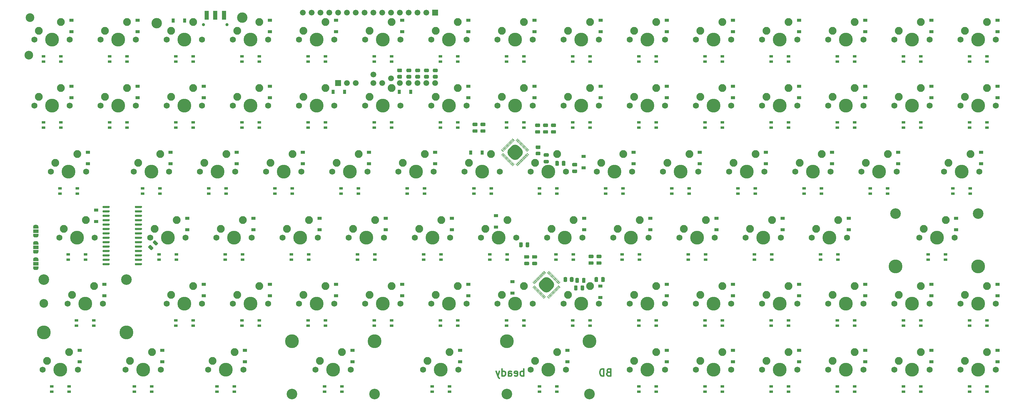
<source format=gbr>
%TF.GenerationSoftware,KiCad,Pcbnew,(5.1.10)-1*%
%TF.CreationDate,2021-11-24T07:07:12-05:00*%
%TF.ProjectId,bdpcb,62647063-622e-46b6-9963-61645f706362,rev?*%
%TF.SameCoordinates,Original*%
%TF.FileFunction,Soldermask,Bot*%
%TF.FilePolarity,Negative*%
%FSLAX46Y46*%
G04 Gerber Fmt 4.6, Leading zero omitted, Abs format (unit mm)*
G04 Created by KiCad (PCBNEW (5.1.10)-1) date 2021-11-24 07:07:12*
%MOMM*%
%LPD*%
G01*
G04 APERTURE LIST*
%ADD10C,0.400000*%
%ADD11R,1.000000X0.700000*%
%ADD12C,1.676400*%
%ADD13R,1.676400X1.676400*%
%ADD14C,1.750000*%
%ADD15C,2.250000*%
%ADD16C,3.987800*%
%ADD17C,3.048000*%
%ADD18C,2.500000*%
%ADD19C,3.000000*%
%ADD20C,0.900000*%
%ADD21R,1.250000X2.500000*%
%ADD22C,0.100000*%
%ADD23R,1.500000X1.000000*%
%ADD24R,1.200000X0.900000*%
%ADD25R,0.900000X1.200000*%
G04 APERTURE END LIST*
D10*
X161146642Y-122380261D02*
X161146642Y-120380261D01*
X161146642Y-121142166D02*
X160956166Y-121046928D01*
X160575214Y-121046928D01*
X160384738Y-121142166D01*
X160289500Y-121237404D01*
X160194261Y-121427880D01*
X160194261Y-121999309D01*
X160289500Y-122189785D01*
X160384738Y-122285023D01*
X160575214Y-122380261D01*
X160956166Y-122380261D01*
X161146642Y-122285023D01*
X158575214Y-122285023D02*
X158765690Y-122380261D01*
X159146642Y-122380261D01*
X159337119Y-122285023D01*
X159432357Y-122094547D01*
X159432357Y-121332642D01*
X159337119Y-121142166D01*
X159146642Y-121046928D01*
X158765690Y-121046928D01*
X158575214Y-121142166D01*
X158479976Y-121332642D01*
X158479976Y-121523119D01*
X159432357Y-121713595D01*
X156765690Y-122380261D02*
X156765690Y-121332642D01*
X156860928Y-121142166D01*
X157051404Y-121046928D01*
X157432357Y-121046928D01*
X157622833Y-121142166D01*
X156765690Y-122285023D02*
X156956166Y-122380261D01*
X157432357Y-122380261D01*
X157622833Y-122285023D01*
X157718071Y-122094547D01*
X157718071Y-121904071D01*
X157622833Y-121713595D01*
X157432357Y-121618357D01*
X156956166Y-121618357D01*
X156765690Y-121523119D01*
X154956166Y-122380261D02*
X154956166Y-120380261D01*
X154956166Y-122285023D02*
X155146642Y-122380261D01*
X155527595Y-122380261D01*
X155718071Y-122285023D01*
X155813309Y-122189785D01*
X155908547Y-121999309D01*
X155908547Y-121427880D01*
X155813309Y-121237404D01*
X155718071Y-121142166D01*
X155527595Y-121046928D01*
X155146642Y-121046928D01*
X154956166Y-121142166D01*
X154194261Y-121046928D02*
X153718071Y-122380261D01*
X153241880Y-121046928D02*
X153718071Y-122380261D01*
X153908547Y-122856452D01*
X154003785Y-122951690D01*
X154194261Y-123046928D01*
X185578452Y-121332642D02*
X185292738Y-121427880D01*
X185197500Y-121523119D01*
X185102261Y-121713595D01*
X185102261Y-121999309D01*
X185197500Y-122189785D01*
X185292738Y-122285023D01*
X185483214Y-122380261D01*
X186245119Y-122380261D01*
X186245119Y-120380261D01*
X185578452Y-120380261D01*
X185387976Y-120475500D01*
X185292738Y-120570738D01*
X185197500Y-120761214D01*
X185197500Y-120951690D01*
X185292738Y-121142166D01*
X185387976Y-121237404D01*
X185578452Y-121332642D01*
X186245119Y-121332642D01*
X184245119Y-122380261D02*
X184245119Y-120380261D01*
X183768928Y-120380261D01*
X183483214Y-120475500D01*
X183292738Y-120665976D01*
X183197500Y-120856452D01*
X183102261Y-121237404D01*
X183102261Y-121523119D01*
X183197500Y-121904071D01*
X183292738Y-122094547D01*
X183483214Y-122285023D01*
X183768928Y-122380261D01*
X184245119Y-122380261D01*
%TO.C,U3*%
G36*
G01*
X157689340Y-59679767D02*
X156982233Y-58972660D01*
G75*
G02*
X156982233Y-56851340I1060660J1060660D01*
G01*
X157689340Y-56144233D01*
G75*
G02*
X159810660Y-56144233I1060660J-1060660D01*
G01*
X160517767Y-56851340D01*
G75*
G02*
X160517767Y-58972660I-1060660J-1060660D01*
G01*
X159810660Y-59679767D01*
G75*
G02*
X157689340Y-59679767I-1060660J1060660D01*
G01*
G37*
G36*
G01*
X159474785Y-61889475D02*
X158944455Y-61359145D01*
G75*
G02*
X158944455Y-61288435I35355J35355D01*
G01*
X159015165Y-61217725D01*
G75*
G02*
X159085875Y-61217725I35355J-35355D01*
G01*
X159616205Y-61748055D01*
G75*
G02*
X159616205Y-61818765I-35355J-35355D01*
G01*
X159545495Y-61889475D01*
G75*
G02*
X159474785Y-61889475I-35355J35355D01*
G01*
G37*
G36*
G01*
X159757628Y-61606632D02*
X159227298Y-61076302D01*
G75*
G02*
X159227298Y-61005592I35355J35355D01*
G01*
X159298008Y-60934882D01*
G75*
G02*
X159368718Y-60934882I35355J-35355D01*
G01*
X159899048Y-61465212D01*
G75*
G02*
X159899048Y-61535922I-35355J-35355D01*
G01*
X159828338Y-61606632D01*
G75*
G02*
X159757628Y-61606632I-35355J35355D01*
G01*
G37*
G36*
G01*
X160040471Y-61323789D02*
X159510141Y-60793459D01*
G75*
G02*
X159510141Y-60722749I35355J35355D01*
G01*
X159580851Y-60652039D01*
G75*
G02*
X159651561Y-60652039I35355J-35355D01*
G01*
X160181891Y-61182369D01*
G75*
G02*
X160181891Y-61253079I-35355J-35355D01*
G01*
X160111181Y-61323789D01*
G75*
G02*
X160040471Y-61323789I-35355J35355D01*
G01*
G37*
G36*
G01*
X160323313Y-61040947D02*
X159792983Y-60510617D01*
G75*
G02*
X159792983Y-60439907I35355J35355D01*
G01*
X159863693Y-60369197D01*
G75*
G02*
X159934403Y-60369197I35355J-35355D01*
G01*
X160464733Y-60899527D01*
G75*
G02*
X160464733Y-60970237I-35355J-35355D01*
G01*
X160394023Y-61040947D01*
G75*
G02*
X160323313Y-61040947I-35355J35355D01*
G01*
G37*
G36*
G01*
X160606156Y-60758104D02*
X160075826Y-60227774D01*
G75*
G02*
X160075826Y-60157064I35355J35355D01*
G01*
X160146536Y-60086354D01*
G75*
G02*
X160217246Y-60086354I35355J-35355D01*
G01*
X160747576Y-60616684D01*
G75*
G02*
X160747576Y-60687394I-35355J-35355D01*
G01*
X160676866Y-60758104D01*
G75*
G02*
X160606156Y-60758104I-35355J35355D01*
G01*
G37*
G36*
G01*
X160888999Y-60475261D02*
X160358669Y-59944931D01*
G75*
G02*
X160358669Y-59874221I35355J35355D01*
G01*
X160429379Y-59803511D01*
G75*
G02*
X160500089Y-59803511I35355J-35355D01*
G01*
X161030419Y-60333841D01*
G75*
G02*
X161030419Y-60404551I-35355J-35355D01*
G01*
X160959709Y-60475261D01*
G75*
G02*
X160888999Y-60475261I-35355J35355D01*
G01*
G37*
G36*
G01*
X161171841Y-60192419D02*
X160641511Y-59662089D01*
G75*
G02*
X160641511Y-59591379I35355J35355D01*
G01*
X160712221Y-59520669D01*
G75*
G02*
X160782931Y-59520669I35355J-35355D01*
G01*
X161313261Y-60050999D01*
G75*
G02*
X161313261Y-60121709I-35355J-35355D01*
G01*
X161242551Y-60192419D01*
G75*
G02*
X161171841Y-60192419I-35355J35355D01*
G01*
G37*
G36*
G01*
X161454684Y-59909576D02*
X160924354Y-59379246D01*
G75*
G02*
X160924354Y-59308536I35355J35355D01*
G01*
X160995064Y-59237826D01*
G75*
G02*
X161065774Y-59237826I35355J-35355D01*
G01*
X161596104Y-59768156D01*
G75*
G02*
X161596104Y-59838866I-35355J-35355D01*
G01*
X161525394Y-59909576D01*
G75*
G02*
X161454684Y-59909576I-35355J35355D01*
G01*
G37*
G36*
G01*
X161737527Y-59626733D02*
X161207197Y-59096403D01*
G75*
G02*
X161207197Y-59025693I35355J35355D01*
G01*
X161277907Y-58954983D01*
G75*
G02*
X161348617Y-58954983I35355J-35355D01*
G01*
X161878947Y-59485313D01*
G75*
G02*
X161878947Y-59556023I-35355J-35355D01*
G01*
X161808237Y-59626733D01*
G75*
G02*
X161737527Y-59626733I-35355J35355D01*
G01*
G37*
G36*
G01*
X162020369Y-59343891D02*
X161490039Y-58813561D01*
G75*
G02*
X161490039Y-58742851I35355J35355D01*
G01*
X161560749Y-58672141D01*
G75*
G02*
X161631459Y-58672141I35355J-35355D01*
G01*
X162161789Y-59202471D01*
G75*
G02*
X162161789Y-59273181I-35355J-35355D01*
G01*
X162091079Y-59343891D01*
G75*
G02*
X162020369Y-59343891I-35355J35355D01*
G01*
G37*
G36*
G01*
X162303212Y-59061048D02*
X161772882Y-58530718D01*
G75*
G02*
X161772882Y-58460008I35355J35355D01*
G01*
X161843592Y-58389298D01*
G75*
G02*
X161914302Y-58389298I35355J-35355D01*
G01*
X162444632Y-58919628D01*
G75*
G02*
X162444632Y-58990338I-35355J-35355D01*
G01*
X162373922Y-59061048D01*
G75*
G02*
X162303212Y-59061048I-35355J35355D01*
G01*
G37*
G36*
G01*
X162586055Y-58778205D02*
X162055725Y-58247875D01*
G75*
G02*
X162055725Y-58177165I35355J35355D01*
G01*
X162126435Y-58106455D01*
G75*
G02*
X162197145Y-58106455I35355J-35355D01*
G01*
X162727475Y-58636785D01*
G75*
G02*
X162727475Y-58707495I-35355J-35355D01*
G01*
X162656765Y-58778205D01*
G75*
G02*
X162586055Y-58778205I-35355J35355D01*
G01*
G37*
G36*
G01*
X162126435Y-57717545D02*
X162055725Y-57646835D01*
G75*
G02*
X162055725Y-57576125I35355J35355D01*
G01*
X162586055Y-57045795D01*
G75*
G02*
X162656765Y-57045795I35355J-35355D01*
G01*
X162727475Y-57116505D01*
G75*
G02*
X162727475Y-57187215I-35355J-35355D01*
G01*
X162197145Y-57717545D01*
G75*
G02*
X162126435Y-57717545I-35355J35355D01*
G01*
G37*
G36*
G01*
X161843592Y-57434702D02*
X161772882Y-57363992D01*
G75*
G02*
X161772882Y-57293282I35355J35355D01*
G01*
X162303212Y-56762952D01*
G75*
G02*
X162373922Y-56762952I35355J-35355D01*
G01*
X162444632Y-56833662D01*
G75*
G02*
X162444632Y-56904372I-35355J-35355D01*
G01*
X161914302Y-57434702D01*
G75*
G02*
X161843592Y-57434702I-35355J35355D01*
G01*
G37*
G36*
G01*
X161560749Y-57151859D02*
X161490039Y-57081149D01*
G75*
G02*
X161490039Y-57010439I35355J35355D01*
G01*
X162020369Y-56480109D01*
G75*
G02*
X162091079Y-56480109I35355J-35355D01*
G01*
X162161789Y-56550819D01*
G75*
G02*
X162161789Y-56621529I-35355J-35355D01*
G01*
X161631459Y-57151859D01*
G75*
G02*
X161560749Y-57151859I-35355J35355D01*
G01*
G37*
G36*
G01*
X161277907Y-56869017D02*
X161207197Y-56798307D01*
G75*
G02*
X161207197Y-56727597I35355J35355D01*
G01*
X161737527Y-56197267D01*
G75*
G02*
X161808237Y-56197267I35355J-35355D01*
G01*
X161878947Y-56267977D01*
G75*
G02*
X161878947Y-56338687I-35355J-35355D01*
G01*
X161348617Y-56869017D01*
G75*
G02*
X161277907Y-56869017I-35355J35355D01*
G01*
G37*
G36*
G01*
X160995064Y-56586174D02*
X160924354Y-56515464D01*
G75*
G02*
X160924354Y-56444754I35355J35355D01*
G01*
X161454684Y-55914424D01*
G75*
G02*
X161525394Y-55914424I35355J-35355D01*
G01*
X161596104Y-55985134D01*
G75*
G02*
X161596104Y-56055844I-35355J-35355D01*
G01*
X161065774Y-56586174D01*
G75*
G02*
X160995064Y-56586174I-35355J35355D01*
G01*
G37*
G36*
G01*
X160712221Y-56303331D02*
X160641511Y-56232621D01*
G75*
G02*
X160641511Y-56161911I35355J35355D01*
G01*
X161171841Y-55631581D01*
G75*
G02*
X161242551Y-55631581I35355J-35355D01*
G01*
X161313261Y-55702291D01*
G75*
G02*
X161313261Y-55773001I-35355J-35355D01*
G01*
X160782931Y-56303331D01*
G75*
G02*
X160712221Y-56303331I-35355J35355D01*
G01*
G37*
G36*
G01*
X160429379Y-56020489D02*
X160358669Y-55949779D01*
G75*
G02*
X160358669Y-55879069I35355J35355D01*
G01*
X160888999Y-55348739D01*
G75*
G02*
X160959709Y-55348739I35355J-35355D01*
G01*
X161030419Y-55419449D01*
G75*
G02*
X161030419Y-55490159I-35355J-35355D01*
G01*
X160500089Y-56020489D01*
G75*
G02*
X160429379Y-56020489I-35355J35355D01*
G01*
G37*
G36*
G01*
X160146536Y-55737646D02*
X160075826Y-55666936D01*
G75*
G02*
X160075826Y-55596226I35355J35355D01*
G01*
X160606156Y-55065896D01*
G75*
G02*
X160676866Y-55065896I35355J-35355D01*
G01*
X160747576Y-55136606D01*
G75*
G02*
X160747576Y-55207316I-35355J-35355D01*
G01*
X160217246Y-55737646D01*
G75*
G02*
X160146536Y-55737646I-35355J35355D01*
G01*
G37*
G36*
G01*
X159863693Y-55454803D02*
X159792983Y-55384093D01*
G75*
G02*
X159792983Y-55313383I35355J35355D01*
G01*
X160323313Y-54783053D01*
G75*
G02*
X160394023Y-54783053I35355J-35355D01*
G01*
X160464733Y-54853763D01*
G75*
G02*
X160464733Y-54924473I-35355J-35355D01*
G01*
X159934403Y-55454803D01*
G75*
G02*
X159863693Y-55454803I-35355J35355D01*
G01*
G37*
G36*
G01*
X159580851Y-55171961D02*
X159510141Y-55101251D01*
G75*
G02*
X159510141Y-55030541I35355J35355D01*
G01*
X160040471Y-54500211D01*
G75*
G02*
X160111181Y-54500211I35355J-35355D01*
G01*
X160181891Y-54570921D01*
G75*
G02*
X160181891Y-54641631I-35355J-35355D01*
G01*
X159651561Y-55171961D01*
G75*
G02*
X159580851Y-55171961I-35355J35355D01*
G01*
G37*
G36*
G01*
X159298008Y-54889118D02*
X159227298Y-54818408D01*
G75*
G02*
X159227298Y-54747698I35355J35355D01*
G01*
X159757628Y-54217368D01*
G75*
G02*
X159828338Y-54217368I35355J-35355D01*
G01*
X159899048Y-54288078D01*
G75*
G02*
X159899048Y-54358788I-35355J-35355D01*
G01*
X159368718Y-54889118D01*
G75*
G02*
X159298008Y-54889118I-35355J35355D01*
G01*
G37*
G36*
G01*
X159015165Y-54606275D02*
X158944455Y-54535565D01*
G75*
G02*
X158944455Y-54464855I35355J35355D01*
G01*
X159474785Y-53934525D01*
G75*
G02*
X159545495Y-53934525I35355J-35355D01*
G01*
X159616205Y-54005235D01*
G75*
G02*
X159616205Y-54075945I-35355J-35355D01*
G01*
X159085875Y-54606275D01*
G75*
G02*
X159015165Y-54606275I-35355J35355D01*
G01*
G37*
G36*
G01*
X158414125Y-54606275D02*
X157883795Y-54075945D01*
G75*
G02*
X157883795Y-54005235I35355J35355D01*
G01*
X157954505Y-53934525D01*
G75*
G02*
X158025215Y-53934525I35355J-35355D01*
G01*
X158555545Y-54464855D01*
G75*
G02*
X158555545Y-54535565I-35355J-35355D01*
G01*
X158484835Y-54606275D01*
G75*
G02*
X158414125Y-54606275I-35355J35355D01*
G01*
G37*
G36*
G01*
X158131282Y-54889118D02*
X157600952Y-54358788D01*
G75*
G02*
X157600952Y-54288078I35355J35355D01*
G01*
X157671662Y-54217368D01*
G75*
G02*
X157742372Y-54217368I35355J-35355D01*
G01*
X158272702Y-54747698D01*
G75*
G02*
X158272702Y-54818408I-35355J-35355D01*
G01*
X158201992Y-54889118D01*
G75*
G02*
X158131282Y-54889118I-35355J35355D01*
G01*
G37*
G36*
G01*
X157848439Y-55171961D02*
X157318109Y-54641631D01*
G75*
G02*
X157318109Y-54570921I35355J35355D01*
G01*
X157388819Y-54500211D01*
G75*
G02*
X157459529Y-54500211I35355J-35355D01*
G01*
X157989859Y-55030541D01*
G75*
G02*
X157989859Y-55101251I-35355J-35355D01*
G01*
X157919149Y-55171961D01*
G75*
G02*
X157848439Y-55171961I-35355J35355D01*
G01*
G37*
G36*
G01*
X157565597Y-55454803D02*
X157035267Y-54924473D01*
G75*
G02*
X157035267Y-54853763I35355J35355D01*
G01*
X157105977Y-54783053D01*
G75*
G02*
X157176687Y-54783053I35355J-35355D01*
G01*
X157707017Y-55313383D01*
G75*
G02*
X157707017Y-55384093I-35355J-35355D01*
G01*
X157636307Y-55454803D01*
G75*
G02*
X157565597Y-55454803I-35355J35355D01*
G01*
G37*
G36*
G01*
X157282754Y-55737646D02*
X156752424Y-55207316D01*
G75*
G02*
X156752424Y-55136606I35355J35355D01*
G01*
X156823134Y-55065896D01*
G75*
G02*
X156893844Y-55065896I35355J-35355D01*
G01*
X157424174Y-55596226D01*
G75*
G02*
X157424174Y-55666936I-35355J-35355D01*
G01*
X157353464Y-55737646D01*
G75*
G02*
X157282754Y-55737646I-35355J35355D01*
G01*
G37*
G36*
G01*
X156999911Y-56020489D02*
X156469581Y-55490159D01*
G75*
G02*
X156469581Y-55419449I35355J35355D01*
G01*
X156540291Y-55348739D01*
G75*
G02*
X156611001Y-55348739I35355J-35355D01*
G01*
X157141331Y-55879069D01*
G75*
G02*
X157141331Y-55949779I-35355J-35355D01*
G01*
X157070621Y-56020489D01*
G75*
G02*
X156999911Y-56020489I-35355J35355D01*
G01*
G37*
G36*
G01*
X156717069Y-56303331D02*
X156186739Y-55773001D01*
G75*
G02*
X156186739Y-55702291I35355J35355D01*
G01*
X156257449Y-55631581D01*
G75*
G02*
X156328159Y-55631581I35355J-35355D01*
G01*
X156858489Y-56161911D01*
G75*
G02*
X156858489Y-56232621I-35355J-35355D01*
G01*
X156787779Y-56303331D01*
G75*
G02*
X156717069Y-56303331I-35355J35355D01*
G01*
G37*
G36*
G01*
X156434226Y-56586174D02*
X155903896Y-56055844D01*
G75*
G02*
X155903896Y-55985134I35355J35355D01*
G01*
X155974606Y-55914424D01*
G75*
G02*
X156045316Y-55914424I35355J-35355D01*
G01*
X156575646Y-56444754D01*
G75*
G02*
X156575646Y-56515464I-35355J-35355D01*
G01*
X156504936Y-56586174D01*
G75*
G02*
X156434226Y-56586174I-35355J35355D01*
G01*
G37*
G36*
G01*
X156151383Y-56869017D02*
X155621053Y-56338687D01*
G75*
G02*
X155621053Y-56267977I35355J35355D01*
G01*
X155691763Y-56197267D01*
G75*
G02*
X155762473Y-56197267I35355J-35355D01*
G01*
X156292803Y-56727597D01*
G75*
G02*
X156292803Y-56798307I-35355J-35355D01*
G01*
X156222093Y-56869017D01*
G75*
G02*
X156151383Y-56869017I-35355J35355D01*
G01*
G37*
G36*
G01*
X155868541Y-57151859D02*
X155338211Y-56621529D01*
G75*
G02*
X155338211Y-56550819I35355J35355D01*
G01*
X155408921Y-56480109D01*
G75*
G02*
X155479631Y-56480109I35355J-35355D01*
G01*
X156009961Y-57010439D01*
G75*
G02*
X156009961Y-57081149I-35355J-35355D01*
G01*
X155939251Y-57151859D01*
G75*
G02*
X155868541Y-57151859I-35355J35355D01*
G01*
G37*
G36*
G01*
X155585698Y-57434702D02*
X155055368Y-56904372D01*
G75*
G02*
X155055368Y-56833662I35355J35355D01*
G01*
X155126078Y-56762952D01*
G75*
G02*
X155196788Y-56762952I35355J-35355D01*
G01*
X155727118Y-57293282D01*
G75*
G02*
X155727118Y-57363992I-35355J-35355D01*
G01*
X155656408Y-57434702D01*
G75*
G02*
X155585698Y-57434702I-35355J35355D01*
G01*
G37*
G36*
G01*
X155302855Y-57717545D02*
X154772525Y-57187215D01*
G75*
G02*
X154772525Y-57116505I35355J35355D01*
G01*
X154843235Y-57045795D01*
G75*
G02*
X154913945Y-57045795I35355J-35355D01*
G01*
X155444275Y-57576125D01*
G75*
G02*
X155444275Y-57646835I-35355J-35355D01*
G01*
X155373565Y-57717545D01*
G75*
G02*
X155302855Y-57717545I-35355J35355D01*
G01*
G37*
G36*
G01*
X154843235Y-58778205D02*
X154772525Y-58707495D01*
G75*
G02*
X154772525Y-58636785I35355J35355D01*
G01*
X155302855Y-58106455D01*
G75*
G02*
X155373565Y-58106455I35355J-35355D01*
G01*
X155444275Y-58177165D01*
G75*
G02*
X155444275Y-58247875I-35355J-35355D01*
G01*
X154913945Y-58778205D01*
G75*
G02*
X154843235Y-58778205I-35355J35355D01*
G01*
G37*
G36*
G01*
X155126078Y-59061048D02*
X155055368Y-58990338D01*
G75*
G02*
X155055368Y-58919628I35355J35355D01*
G01*
X155585698Y-58389298D01*
G75*
G02*
X155656408Y-58389298I35355J-35355D01*
G01*
X155727118Y-58460008D01*
G75*
G02*
X155727118Y-58530718I-35355J-35355D01*
G01*
X155196788Y-59061048D01*
G75*
G02*
X155126078Y-59061048I-35355J35355D01*
G01*
G37*
G36*
G01*
X155408921Y-59343891D02*
X155338211Y-59273181D01*
G75*
G02*
X155338211Y-59202471I35355J35355D01*
G01*
X155868541Y-58672141D01*
G75*
G02*
X155939251Y-58672141I35355J-35355D01*
G01*
X156009961Y-58742851D01*
G75*
G02*
X156009961Y-58813561I-35355J-35355D01*
G01*
X155479631Y-59343891D01*
G75*
G02*
X155408921Y-59343891I-35355J35355D01*
G01*
G37*
G36*
G01*
X155691763Y-59626733D02*
X155621053Y-59556023D01*
G75*
G02*
X155621053Y-59485313I35355J35355D01*
G01*
X156151383Y-58954983D01*
G75*
G02*
X156222093Y-58954983I35355J-35355D01*
G01*
X156292803Y-59025693D01*
G75*
G02*
X156292803Y-59096403I-35355J-35355D01*
G01*
X155762473Y-59626733D01*
G75*
G02*
X155691763Y-59626733I-35355J35355D01*
G01*
G37*
G36*
G01*
X155974606Y-59909576D02*
X155903896Y-59838866D01*
G75*
G02*
X155903896Y-59768156I35355J35355D01*
G01*
X156434226Y-59237826D01*
G75*
G02*
X156504936Y-59237826I35355J-35355D01*
G01*
X156575646Y-59308536D01*
G75*
G02*
X156575646Y-59379246I-35355J-35355D01*
G01*
X156045316Y-59909576D01*
G75*
G02*
X155974606Y-59909576I-35355J35355D01*
G01*
G37*
G36*
G01*
X156257449Y-60192419D02*
X156186739Y-60121709D01*
G75*
G02*
X156186739Y-60050999I35355J35355D01*
G01*
X156717069Y-59520669D01*
G75*
G02*
X156787779Y-59520669I35355J-35355D01*
G01*
X156858489Y-59591379D01*
G75*
G02*
X156858489Y-59662089I-35355J-35355D01*
G01*
X156328159Y-60192419D01*
G75*
G02*
X156257449Y-60192419I-35355J35355D01*
G01*
G37*
G36*
G01*
X156540291Y-60475261D02*
X156469581Y-60404551D01*
G75*
G02*
X156469581Y-60333841I35355J35355D01*
G01*
X156999911Y-59803511D01*
G75*
G02*
X157070621Y-59803511I35355J-35355D01*
G01*
X157141331Y-59874221D01*
G75*
G02*
X157141331Y-59944931I-35355J-35355D01*
G01*
X156611001Y-60475261D01*
G75*
G02*
X156540291Y-60475261I-35355J35355D01*
G01*
G37*
G36*
G01*
X156823134Y-60758104D02*
X156752424Y-60687394D01*
G75*
G02*
X156752424Y-60616684I35355J35355D01*
G01*
X157282754Y-60086354D01*
G75*
G02*
X157353464Y-60086354I35355J-35355D01*
G01*
X157424174Y-60157064D01*
G75*
G02*
X157424174Y-60227774I-35355J-35355D01*
G01*
X156893844Y-60758104D01*
G75*
G02*
X156823134Y-60758104I-35355J35355D01*
G01*
G37*
G36*
G01*
X157105977Y-61040947D02*
X157035267Y-60970237D01*
G75*
G02*
X157035267Y-60899527I35355J35355D01*
G01*
X157565597Y-60369197D01*
G75*
G02*
X157636307Y-60369197I35355J-35355D01*
G01*
X157707017Y-60439907D01*
G75*
G02*
X157707017Y-60510617I-35355J-35355D01*
G01*
X157176687Y-61040947D01*
G75*
G02*
X157105977Y-61040947I-35355J35355D01*
G01*
G37*
G36*
G01*
X157388819Y-61323789D02*
X157318109Y-61253079D01*
G75*
G02*
X157318109Y-61182369I35355J35355D01*
G01*
X157848439Y-60652039D01*
G75*
G02*
X157919149Y-60652039I35355J-35355D01*
G01*
X157989859Y-60722749D01*
G75*
G02*
X157989859Y-60793459I-35355J-35355D01*
G01*
X157459529Y-61323789D01*
G75*
G02*
X157388819Y-61323789I-35355J35355D01*
G01*
G37*
G36*
G01*
X157671662Y-61606632D02*
X157600952Y-61535922D01*
G75*
G02*
X157600952Y-61465212I35355J35355D01*
G01*
X158131282Y-60934882D01*
G75*
G02*
X158201992Y-60934882I35355J-35355D01*
G01*
X158272702Y-61005592D01*
G75*
G02*
X158272702Y-61076302I-35355J-35355D01*
G01*
X157742372Y-61606632D01*
G75*
G02*
X157671662Y-61606632I-35355J35355D01*
G01*
G37*
G36*
G01*
X157954505Y-61889475D02*
X157883795Y-61818765D01*
G75*
G02*
X157883795Y-61748055I35355J35355D01*
G01*
X158414125Y-61217725D01*
G75*
G02*
X158484835Y-61217725I35355J-35355D01*
G01*
X158555545Y-61288435D01*
G75*
G02*
X158555545Y-61359145I-35355J-35355D01*
G01*
X158025215Y-61889475D01*
G75*
G02*
X157954505Y-61889475I-35355J35355D01*
G01*
G37*
%TD*%
%TO.C,U4*%
G36*
G01*
X166706340Y-97906767D02*
X165999233Y-97199660D01*
G75*
G02*
X165999233Y-95078340I1060660J1060660D01*
G01*
X166706340Y-94371233D01*
G75*
G02*
X168827660Y-94371233I1060660J-1060660D01*
G01*
X169534767Y-95078340D01*
G75*
G02*
X169534767Y-97199660I-1060660J-1060660D01*
G01*
X168827660Y-97906767D01*
G75*
G02*
X166706340Y-97906767I-1060660J1060660D01*
G01*
G37*
G36*
G01*
X168491785Y-100116475D02*
X167961455Y-99586145D01*
G75*
G02*
X167961455Y-99515435I35355J35355D01*
G01*
X168032165Y-99444725D01*
G75*
G02*
X168102875Y-99444725I35355J-35355D01*
G01*
X168633205Y-99975055D01*
G75*
G02*
X168633205Y-100045765I-35355J-35355D01*
G01*
X168562495Y-100116475D01*
G75*
G02*
X168491785Y-100116475I-35355J35355D01*
G01*
G37*
G36*
G01*
X168774628Y-99833632D02*
X168244298Y-99303302D01*
G75*
G02*
X168244298Y-99232592I35355J35355D01*
G01*
X168315008Y-99161882D01*
G75*
G02*
X168385718Y-99161882I35355J-35355D01*
G01*
X168916048Y-99692212D01*
G75*
G02*
X168916048Y-99762922I-35355J-35355D01*
G01*
X168845338Y-99833632D01*
G75*
G02*
X168774628Y-99833632I-35355J35355D01*
G01*
G37*
G36*
G01*
X169057471Y-99550789D02*
X168527141Y-99020459D01*
G75*
G02*
X168527141Y-98949749I35355J35355D01*
G01*
X168597851Y-98879039D01*
G75*
G02*
X168668561Y-98879039I35355J-35355D01*
G01*
X169198891Y-99409369D01*
G75*
G02*
X169198891Y-99480079I-35355J-35355D01*
G01*
X169128181Y-99550789D01*
G75*
G02*
X169057471Y-99550789I-35355J35355D01*
G01*
G37*
G36*
G01*
X169340313Y-99267947D02*
X168809983Y-98737617D01*
G75*
G02*
X168809983Y-98666907I35355J35355D01*
G01*
X168880693Y-98596197D01*
G75*
G02*
X168951403Y-98596197I35355J-35355D01*
G01*
X169481733Y-99126527D01*
G75*
G02*
X169481733Y-99197237I-35355J-35355D01*
G01*
X169411023Y-99267947D01*
G75*
G02*
X169340313Y-99267947I-35355J35355D01*
G01*
G37*
G36*
G01*
X169623156Y-98985104D02*
X169092826Y-98454774D01*
G75*
G02*
X169092826Y-98384064I35355J35355D01*
G01*
X169163536Y-98313354D01*
G75*
G02*
X169234246Y-98313354I35355J-35355D01*
G01*
X169764576Y-98843684D01*
G75*
G02*
X169764576Y-98914394I-35355J-35355D01*
G01*
X169693866Y-98985104D01*
G75*
G02*
X169623156Y-98985104I-35355J35355D01*
G01*
G37*
G36*
G01*
X169905999Y-98702261D02*
X169375669Y-98171931D01*
G75*
G02*
X169375669Y-98101221I35355J35355D01*
G01*
X169446379Y-98030511D01*
G75*
G02*
X169517089Y-98030511I35355J-35355D01*
G01*
X170047419Y-98560841D01*
G75*
G02*
X170047419Y-98631551I-35355J-35355D01*
G01*
X169976709Y-98702261D01*
G75*
G02*
X169905999Y-98702261I-35355J35355D01*
G01*
G37*
G36*
G01*
X170188841Y-98419419D02*
X169658511Y-97889089D01*
G75*
G02*
X169658511Y-97818379I35355J35355D01*
G01*
X169729221Y-97747669D01*
G75*
G02*
X169799931Y-97747669I35355J-35355D01*
G01*
X170330261Y-98277999D01*
G75*
G02*
X170330261Y-98348709I-35355J-35355D01*
G01*
X170259551Y-98419419D01*
G75*
G02*
X170188841Y-98419419I-35355J35355D01*
G01*
G37*
G36*
G01*
X170471684Y-98136576D02*
X169941354Y-97606246D01*
G75*
G02*
X169941354Y-97535536I35355J35355D01*
G01*
X170012064Y-97464826D01*
G75*
G02*
X170082774Y-97464826I35355J-35355D01*
G01*
X170613104Y-97995156D01*
G75*
G02*
X170613104Y-98065866I-35355J-35355D01*
G01*
X170542394Y-98136576D01*
G75*
G02*
X170471684Y-98136576I-35355J35355D01*
G01*
G37*
G36*
G01*
X170754527Y-97853733D02*
X170224197Y-97323403D01*
G75*
G02*
X170224197Y-97252693I35355J35355D01*
G01*
X170294907Y-97181983D01*
G75*
G02*
X170365617Y-97181983I35355J-35355D01*
G01*
X170895947Y-97712313D01*
G75*
G02*
X170895947Y-97783023I-35355J-35355D01*
G01*
X170825237Y-97853733D01*
G75*
G02*
X170754527Y-97853733I-35355J35355D01*
G01*
G37*
G36*
G01*
X171037369Y-97570891D02*
X170507039Y-97040561D01*
G75*
G02*
X170507039Y-96969851I35355J35355D01*
G01*
X170577749Y-96899141D01*
G75*
G02*
X170648459Y-96899141I35355J-35355D01*
G01*
X171178789Y-97429471D01*
G75*
G02*
X171178789Y-97500181I-35355J-35355D01*
G01*
X171108079Y-97570891D01*
G75*
G02*
X171037369Y-97570891I-35355J35355D01*
G01*
G37*
G36*
G01*
X171320212Y-97288048D02*
X170789882Y-96757718D01*
G75*
G02*
X170789882Y-96687008I35355J35355D01*
G01*
X170860592Y-96616298D01*
G75*
G02*
X170931302Y-96616298I35355J-35355D01*
G01*
X171461632Y-97146628D01*
G75*
G02*
X171461632Y-97217338I-35355J-35355D01*
G01*
X171390922Y-97288048D01*
G75*
G02*
X171320212Y-97288048I-35355J35355D01*
G01*
G37*
G36*
G01*
X171603055Y-97005205D02*
X171072725Y-96474875D01*
G75*
G02*
X171072725Y-96404165I35355J35355D01*
G01*
X171143435Y-96333455D01*
G75*
G02*
X171214145Y-96333455I35355J-35355D01*
G01*
X171744475Y-96863785D01*
G75*
G02*
X171744475Y-96934495I-35355J-35355D01*
G01*
X171673765Y-97005205D01*
G75*
G02*
X171603055Y-97005205I-35355J35355D01*
G01*
G37*
G36*
G01*
X171143435Y-95944545D02*
X171072725Y-95873835D01*
G75*
G02*
X171072725Y-95803125I35355J35355D01*
G01*
X171603055Y-95272795D01*
G75*
G02*
X171673765Y-95272795I35355J-35355D01*
G01*
X171744475Y-95343505D01*
G75*
G02*
X171744475Y-95414215I-35355J-35355D01*
G01*
X171214145Y-95944545D01*
G75*
G02*
X171143435Y-95944545I-35355J35355D01*
G01*
G37*
G36*
G01*
X170860592Y-95661702D02*
X170789882Y-95590992D01*
G75*
G02*
X170789882Y-95520282I35355J35355D01*
G01*
X171320212Y-94989952D01*
G75*
G02*
X171390922Y-94989952I35355J-35355D01*
G01*
X171461632Y-95060662D01*
G75*
G02*
X171461632Y-95131372I-35355J-35355D01*
G01*
X170931302Y-95661702D01*
G75*
G02*
X170860592Y-95661702I-35355J35355D01*
G01*
G37*
G36*
G01*
X170577749Y-95378859D02*
X170507039Y-95308149D01*
G75*
G02*
X170507039Y-95237439I35355J35355D01*
G01*
X171037369Y-94707109D01*
G75*
G02*
X171108079Y-94707109I35355J-35355D01*
G01*
X171178789Y-94777819D01*
G75*
G02*
X171178789Y-94848529I-35355J-35355D01*
G01*
X170648459Y-95378859D01*
G75*
G02*
X170577749Y-95378859I-35355J35355D01*
G01*
G37*
G36*
G01*
X170294907Y-95096017D02*
X170224197Y-95025307D01*
G75*
G02*
X170224197Y-94954597I35355J35355D01*
G01*
X170754527Y-94424267D01*
G75*
G02*
X170825237Y-94424267I35355J-35355D01*
G01*
X170895947Y-94494977D01*
G75*
G02*
X170895947Y-94565687I-35355J-35355D01*
G01*
X170365617Y-95096017D01*
G75*
G02*
X170294907Y-95096017I-35355J35355D01*
G01*
G37*
G36*
G01*
X170012064Y-94813174D02*
X169941354Y-94742464D01*
G75*
G02*
X169941354Y-94671754I35355J35355D01*
G01*
X170471684Y-94141424D01*
G75*
G02*
X170542394Y-94141424I35355J-35355D01*
G01*
X170613104Y-94212134D01*
G75*
G02*
X170613104Y-94282844I-35355J-35355D01*
G01*
X170082774Y-94813174D01*
G75*
G02*
X170012064Y-94813174I-35355J35355D01*
G01*
G37*
G36*
G01*
X169729221Y-94530331D02*
X169658511Y-94459621D01*
G75*
G02*
X169658511Y-94388911I35355J35355D01*
G01*
X170188841Y-93858581D01*
G75*
G02*
X170259551Y-93858581I35355J-35355D01*
G01*
X170330261Y-93929291D01*
G75*
G02*
X170330261Y-94000001I-35355J-35355D01*
G01*
X169799931Y-94530331D01*
G75*
G02*
X169729221Y-94530331I-35355J35355D01*
G01*
G37*
G36*
G01*
X169446379Y-94247489D02*
X169375669Y-94176779D01*
G75*
G02*
X169375669Y-94106069I35355J35355D01*
G01*
X169905999Y-93575739D01*
G75*
G02*
X169976709Y-93575739I35355J-35355D01*
G01*
X170047419Y-93646449D01*
G75*
G02*
X170047419Y-93717159I-35355J-35355D01*
G01*
X169517089Y-94247489D01*
G75*
G02*
X169446379Y-94247489I-35355J35355D01*
G01*
G37*
G36*
G01*
X169163536Y-93964646D02*
X169092826Y-93893936D01*
G75*
G02*
X169092826Y-93823226I35355J35355D01*
G01*
X169623156Y-93292896D01*
G75*
G02*
X169693866Y-93292896I35355J-35355D01*
G01*
X169764576Y-93363606D01*
G75*
G02*
X169764576Y-93434316I-35355J-35355D01*
G01*
X169234246Y-93964646D01*
G75*
G02*
X169163536Y-93964646I-35355J35355D01*
G01*
G37*
G36*
G01*
X168880693Y-93681803D02*
X168809983Y-93611093D01*
G75*
G02*
X168809983Y-93540383I35355J35355D01*
G01*
X169340313Y-93010053D01*
G75*
G02*
X169411023Y-93010053I35355J-35355D01*
G01*
X169481733Y-93080763D01*
G75*
G02*
X169481733Y-93151473I-35355J-35355D01*
G01*
X168951403Y-93681803D01*
G75*
G02*
X168880693Y-93681803I-35355J35355D01*
G01*
G37*
G36*
G01*
X168597851Y-93398961D02*
X168527141Y-93328251D01*
G75*
G02*
X168527141Y-93257541I35355J35355D01*
G01*
X169057471Y-92727211D01*
G75*
G02*
X169128181Y-92727211I35355J-35355D01*
G01*
X169198891Y-92797921D01*
G75*
G02*
X169198891Y-92868631I-35355J-35355D01*
G01*
X168668561Y-93398961D01*
G75*
G02*
X168597851Y-93398961I-35355J35355D01*
G01*
G37*
G36*
G01*
X168315008Y-93116118D02*
X168244298Y-93045408D01*
G75*
G02*
X168244298Y-92974698I35355J35355D01*
G01*
X168774628Y-92444368D01*
G75*
G02*
X168845338Y-92444368I35355J-35355D01*
G01*
X168916048Y-92515078D01*
G75*
G02*
X168916048Y-92585788I-35355J-35355D01*
G01*
X168385718Y-93116118D01*
G75*
G02*
X168315008Y-93116118I-35355J35355D01*
G01*
G37*
G36*
G01*
X168032165Y-92833275D02*
X167961455Y-92762565D01*
G75*
G02*
X167961455Y-92691855I35355J35355D01*
G01*
X168491785Y-92161525D01*
G75*
G02*
X168562495Y-92161525I35355J-35355D01*
G01*
X168633205Y-92232235D01*
G75*
G02*
X168633205Y-92302945I-35355J-35355D01*
G01*
X168102875Y-92833275D01*
G75*
G02*
X168032165Y-92833275I-35355J35355D01*
G01*
G37*
G36*
G01*
X167431125Y-92833275D02*
X166900795Y-92302945D01*
G75*
G02*
X166900795Y-92232235I35355J35355D01*
G01*
X166971505Y-92161525D01*
G75*
G02*
X167042215Y-92161525I35355J-35355D01*
G01*
X167572545Y-92691855D01*
G75*
G02*
X167572545Y-92762565I-35355J-35355D01*
G01*
X167501835Y-92833275D01*
G75*
G02*
X167431125Y-92833275I-35355J35355D01*
G01*
G37*
G36*
G01*
X167148282Y-93116118D02*
X166617952Y-92585788D01*
G75*
G02*
X166617952Y-92515078I35355J35355D01*
G01*
X166688662Y-92444368D01*
G75*
G02*
X166759372Y-92444368I35355J-35355D01*
G01*
X167289702Y-92974698D01*
G75*
G02*
X167289702Y-93045408I-35355J-35355D01*
G01*
X167218992Y-93116118D01*
G75*
G02*
X167148282Y-93116118I-35355J35355D01*
G01*
G37*
G36*
G01*
X166865439Y-93398961D02*
X166335109Y-92868631D01*
G75*
G02*
X166335109Y-92797921I35355J35355D01*
G01*
X166405819Y-92727211D01*
G75*
G02*
X166476529Y-92727211I35355J-35355D01*
G01*
X167006859Y-93257541D01*
G75*
G02*
X167006859Y-93328251I-35355J-35355D01*
G01*
X166936149Y-93398961D01*
G75*
G02*
X166865439Y-93398961I-35355J35355D01*
G01*
G37*
G36*
G01*
X166582597Y-93681803D02*
X166052267Y-93151473D01*
G75*
G02*
X166052267Y-93080763I35355J35355D01*
G01*
X166122977Y-93010053D01*
G75*
G02*
X166193687Y-93010053I35355J-35355D01*
G01*
X166724017Y-93540383D01*
G75*
G02*
X166724017Y-93611093I-35355J-35355D01*
G01*
X166653307Y-93681803D01*
G75*
G02*
X166582597Y-93681803I-35355J35355D01*
G01*
G37*
G36*
G01*
X166299754Y-93964646D02*
X165769424Y-93434316D01*
G75*
G02*
X165769424Y-93363606I35355J35355D01*
G01*
X165840134Y-93292896D01*
G75*
G02*
X165910844Y-93292896I35355J-35355D01*
G01*
X166441174Y-93823226D01*
G75*
G02*
X166441174Y-93893936I-35355J-35355D01*
G01*
X166370464Y-93964646D01*
G75*
G02*
X166299754Y-93964646I-35355J35355D01*
G01*
G37*
G36*
G01*
X166016911Y-94247489D02*
X165486581Y-93717159D01*
G75*
G02*
X165486581Y-93646449I35355J35355D01*
G01*
X165557291Y-93575739D01*
G75*
G02*
X165628001Y-93575739I35355J-35355D01*
G01*
X166158331Y-94106069D01*
G75*
G02*
X166158331Y-94176779I-35355J-35355D01*
G01*
X166087621Y-94247489D01*
G75*
G02*
X166016911Y-94247489I-35355J35355D01*
G01*
G37*
G36*
G01*
X165734069Y-94530331D02*
X165203739Y-94000001D01*
G75*
G02*
X165203739Y-93929291I35355J35355D01*
G01*
X165274449Y-93858581D01*
G75*
G02*
X165345159Y-93858581I35355J-35355D01*
G01*
X165875489Y-94388911D01*
G75*
G02*
X165875489Y-94459621I-35355J-35355D01*
G01*
X165804779Y-94530331D01*
G75*
G02*
X165734069Y-94530331I-35355J35355D01*
G01*
G37*
G36*
G01*
X165451226Y-94813174D02*
X164920896Y-94282844D01*
G75*
G02*
X164920896Y-94212134I35355J35355D01*
G01*
X164991606Y-94141424D01*
G75*
G02*
X165062316Y-94141424I35355J-35355D01*
G01*
X165592646Y-94671754D01*
G75*
G02*
X165592646Y-94742464I-35355J-35355D01*
G01*
X165521936Y-94813174D01*
G75*
G02*
X165451226Y-94813174I-35355J35355D01*
G01*
G37*
G36*
G01*
X165168383Y-95096017D02*
X164638053Y-94565687D01*
G75*
G02*
X164638053Y-94494977I35355J35355D01*
G01*
X164708763Y-94424267D01*
G75*
G02*
X164779473Y-94424267I35355J-35355D01*
G01*
X165309803Y-94954597D01*
G75*
G02*
X165309803Y-95025307I-35355J-35355D01*
G01*
X165239093Y-95096017D01*
G75*
G02*
X165168383Y-95096017I-35355J35355D01*
G01*
G37*
G36*
G01*
X164885541Y-95378859D02*
X164355211Y-94848529D01*
G75*
G02*
X164355211Y-94777819I35355J35355D01*
G01*
X164425921Y-94707109D01*
G75*
G02*
X164496631Y-94707109I35355J-35355D01*
G01*
X165026961Y-95237439D01*
G75*
G02*
X165026961Y-95308149I-35355J-35355D01*
G01*
X164956251Y-95378859D01*
G75*
G02*
X164885541Y-95378859I-35355J35355D01*
G01*
G37*
G36*
G01*
X164602698Y-95661702D02*
X164072368Y-95131372D01*
G75*
G02*
X164072368Y-95060662I35355J35355D01*
G01*
X164143078Y-94989952D01*
G75*
G02*
X164213788Y-94989952I35355J-35355D01*
G01*
X164744118Y-95520282D01*
G75*
G02*
X164744118Y-95590992I-35355J-35355D01*
G01*
X164673408Y-95661702D01*
G75*
G02*
X164602698Y-95661702I-35355J35355D01*
G01*
G37*
G36*
G01*
X164319855Y-95944545D02*
X163789525Y-95414215D01*
G75*
G02*
X163789525Y-95343505I35355J35355D01*
G01*
X163860235Y-95272795D01*
G75*
G02*
X163930945Y-95272795I35355J-35355D01*
G01*
X164461275Y-95803125D01*
G75*
G02*
X164461275Y-95873835I-35355J-35355D01*
G01*
X164390565Y-95944545D01*
G75*
G02*
X164319855Y-95944545I-35355J35355D01*
G01*
G37*
G36*
G01*
X163860235Y-97005205D02*
X163789525Y-96934495D01*
G75*
G02*
X163789525Y-96863785I35355J35355D01*
G01*
X164319855Y-96333455D01*
G75*
G02*
X164390565Y-96333455I35355J-35355D01*
G01*
X164461275Y-96404165D01*
G75*
G02*
X164461275Y-96474875I-35355J-35355D01*
G01*
X163930945Y-97005205D01*
G75*
G02*
X163860235Y-97005205I-35355J35355D01*
G01*
G37*
G36*
G01*
X164143078Y-97288048D02*
X164072368Y-97217338D01*
G75*
G02*
X164072368Y-97146628I35355J35355D01*
G01*
X164602698Y-96616298D01*
G75*
G02*
X164673408Y-96616298I35355J-35355D01*
G01*
X164744118Y-96687008D01*
G75*
G02*
X164744118Y-96757718I-35355J-35355D01*
G01*
X164213788Y-97288048D01*
G75*
G02*
X164143078Y-97288048I-35355J35355D01*
G01*
G37*
G36*
G01*
X164425921Y-97570891D02*
X164355211Y-97500181D01*
G75*
G02*
X164355211Y-97429471I35355J35355D01*
G01*
X164885541Y-96899141D01*
G75*
G02*
X164956251Y-96899141I35355J-35355D01*
G01*
X165026961Y-96969851D01*
G75*
G02*
X165026961Y-97040561I-35355J-35355D01*
G01*
X164496631Y-97570891D01*
G75*
G02*
X164425921Y-97570891I-35355J35355D01*
G01*
G37*
G36*
G01*
X164708763Y-97853733D02*
X164638053Y-97783023D01*
G75*
G02*
X164638053Y-97712313I35355J35355D01*
G01*
X165168383Y-97181983D01*
G75*
G02*
X165239093Y-97181983I35355J-35355D01*
G01*
X165309803Y-97252693D01*
G75*
G02*
X165309803Y-97323403I-35355J-35355D01*
G01*
X164779473Y-97853733D01*
G75*
G02*
X164708763Y-97853733I-35355J35355D01*
G01*
G37*
G36*
G01*
X164991606Y-98136576D02*
X164920896Y-98065866D01*
G75*
G02*
X164920896Y-97995156I35355J35355D01*
G01*
X165451226Y-97464826D01*
G75*
G02*
X165521936Y-97464826I35355J-35355D01*
G01*
X165592646Y-97535536D01*
G75*
G02*
X165592646Y-97606246I-35355J-35355D01*
G01*
X165062316Y-98136576D01*
G75*
G02*
X164991606Y-98136576I-35355J35355D01*
G01*
G37*
G36*
G01*
X165274449Y-98419419D02*
X165203739Y-98348709D01*
G75*
G02*
X165203739Y-98277999I35355J35355D01*
G01*
X165734069Y-97747669D01*
G75*
G02*
X165804779Y-97747669I35355J-35355D01*
G01*
X165875489Y-97818379D01*
G75*
G02*
X165875489Y-97889089I-35355J-35355D01*
G01*
X165345159Y-98419419D01*
G75*
G02*
X165274449Y-98419419I-35355J35355D01*
G01*
G37*
G36*
G01*
X165557291Y-98702261D02*
X165486581Y-98631551D01*
G75*
G02*
X165486581Y-98560841I35355J35355D01*
G01*
X166016911Y-98030511D01*
G75*
G02*
X166087621Y-98030511I35355J-35355D01*
G01*
X166158331Y-98101221D01*
G75*
G02*
X166158331Y-98171931I-35355J-35355D01*
G01*
X165628001Y-98702261D01*
G75*
G02*
X165557291Y-98702261I-35355J35355D01*
G01*
G37*
G36*
G01*
X165840134Y-98985104D02*
X165769424Y-98914394D01*
G75*
G02*
X165769424Y-98843684I35355J35355D01*
G01*
X166299754Y-98313354D01*
G75*
G02*
X166370464Y-98313354I35355J-35355D01*
G01*
X166441174Y-98384064D01*
G75*
G02*
X166441174Y-98454774I-35355J-35355D01*
G01*
X165910844Y-98985104D01*
G75*
G02*
X165840134Y-98985104I-35355J35355D01*
G01*
G37*
G36*
G01*
X166122977Y-99267947D02*
X166052267Y-99197237D01*
G75*
G02*
X166052267Y-99126527I35355J35355D01*
G01*
X166582597Y-98596197D01*
G75*
G02*
X166653307Y-98596197I35355J-35355D01*
G01*
X166724017Y-98666907D01*
G75*
G02*
X166724017Y-98737617I-35355J-35355D01*
G01*
X166193687Y-99267947D01*
G75*
G02*
X166122977Y-99267947I-35355J35355D01*
G01*
G37*
G36*
G01*
X166405819Y-99550789D02*
X166335109Y-99480079D01*
G75*
G02*
X166335109Y-99409369I35355J35355D01*
G01*
X166865439Y-98879039D01*
G75*
G02*
X166936149Y-98879039I35355J-35355D01*
G01*
X167006859Y-98949749D01*
G75*
G02*
X167006859Y-99020459I-35355J-35355D01*
G01*
X166476529Y-99550789D01*
G75*
G02*
X166405819Y-99550789I-35355J35355D01*
G01*
G37*
G36*
G01*
X166688662Y-99833632D02*
X166617952Y-99762922D01*
G75*
G02*
X166617952Y-99692212I35355J35355D01*
G01*
X167148282Y-99161882D01*
G75*
G02*
X167218992Y-99161882I35355J-35355D01*
G01*
X167289702Y-99232592D01*
G75*
G02*
X167289702Y-99303302I-35355J-35355D01*
G01*
X166759372Y-99833632D01*
G75*
G02*
X166688662Y-99833632I-35355J35355D01*
G01*
G37*
G36*
G01*
X166971505Y-100116475D02*
X166900795Y-100045765D01*
G75*
G02*
X166900795Y-99975055I35355J35355D01*
G01*
X167431125Y-99444725D01*
G75*
G02*
X167501835Y-99444725I35355J-35355D01*
G01*
X167572545Y-99515435D01*
G75*
G02*
X167572545Y-99586145I-35355J-35355D01*
G01*
X167042215Y-100116475D01*
G75*
G02*
X166971505Y-100116475I-35355J35355D01*
G01*
G37*
%TD*%
D11*
%TO.C,L15*%
X294597500Y-30207810D03*
X294597500Y-31707810D03*
X289597500Y-30207810D03*
X289597500Y-31707810D03*
%TD*%
%TO.C,L1*%
X27897500Y-30207810D03*
X27897500Y-31707810D03*
X22897500Y-30207810D03*
X22897500Y-31707810D03*
%TD*%
%TO.C,L83*%
X294600000Y-125462610D03*
X294600000Y-126962610D03*
X289600000Y-125462610D03*
X289600000Y-126962610D03*
%TD*%
%TO.C,L82*%
X275550000Y-125462610D03*
X275550000Y-126962610D03*
X270550000Y-125462610D03*
X270550000Y-126962610D03*
%TD*%
%TO.C,L81*%
X256497500Y-125462610D03*
X256497500Y-126962610D03*
X251497500Y-125462610D03*
X251497500Y-126962610D03*
%TD*%
%TO.C,L80*%
X237450000Y-125462610D03*
X237450000Y-126962610D03*
X232450000Y-125462610D03*
X232450000Y-126962610D03*
%TD*%
%TO.C,L79*%
X218397500Y-125462610D03*
X218397500Y-126962610D03*
X213397500Y-125462610D03*
X213397500Y-126962610D03*
%TD*%
%TO.C,L78*%
X199350000Y-125462610D03*
X199350000Y-126962610D03*
X194350000Y-125462610D03*
X194350000Y-126962610D03*
%TD*%
%TO.C,L77*%
X170772500Y-125462610D03*
X170772500Y-126962610D03*
X165772500Y-125462610D03*
X165772500Y-126962610D03*
%TD*%
%TO.C,L76*%
X139818750Y-125462610D03*
X139818750Y-126962610D03*
X134818750Y-125462610D03*
X134818750Y-126962610D03*
%TD*%
%TO.C,L75*%
X108862500Y-125462610D03*
X108862500Y-126962610D03*
X103862500Y-125462610D03*
X103862500Y-126962610D03*
%TD*%
%TO.C,L74*%
X77906250Y-125462610D03*
X77906250Y-126962610D03*
X72906250Y-125462610D03*
X72906250Y-126962610D03*
%TD*%
%TO.C,L73*%
X54093750Y-125462610D03*
X54093750Y-126962610D03*
X49093750Y-125462610D03*
X49093750Y-126962610D03*
%TD*%
%TO.C,L72*%
X30278750Y-125462610D03*
X30278750Y-126962610D03*
X25278750Y-125462610D03*
X25278750Y-126962610D03*
%TD*%
%TO.C,L71*%
X294597500Y-106411650D03*
X294597500Y-107911650D03*
X289597500Y-106411650D03*
X289597500Y-107911650D03*
%TD*%
%TO.C,L70*%
X275547500Y-106411650D03*
X275547500Y-107911650D03*
X270547500Y-106411650D03*
X270547500Y-107911650D03*
%TD*%
%TO.C,L69*%
X256500000Y-106411650D03*
X256500000Y-107911650D03*
X251500000Y-106411650D03*
X251500000Y-107911650D03*
%TD*%
%TO.C,L68*%
X237450000Y-106411650D03*
X237450000Y-107911650D03*
X232450000Y-106411650D03*
X232450000Y-107911650D03*
%TD*%
%TO.C,L67*%
X218400000Y-106411650D03*
X218400000Y-107911650D03*
X213400000Y-106411650D03*
X213400000Y-107911650D03*
%TD*%
%TO.C,L66*%
X199350000Y-106411650D03*
X199350000Y-107911650D03*
X194350000Y-106411650D03*
X194350000Y-107911650D03*
%TD*%
%TO.C,L65*%
X180297500Y-106411650D03*
X180297500Y-107911650D03*
X175297500Y-106411650D03*
X175297500Y-107911650D03*
%TD*%
%TO.C,L64*%
X161247500Y-106411650D03*
X161247500Y-107911650D03*
X156247500Y-106411650D03*
X156247500Y-107911650D03*
%TD*%
%TO.C,L63*%
X142197500Y-106411650D03*
X142197500Y-107911650D03*
X137197500Y-106411650D03*
X137197500Y-107911650D03*
%TD*%
%TO.C,L62*%
X123147500Y-106411650D03*
X123147500Y-107911650D03*
X118147500Y-106411650D03*
X118147500Y-107911650D03*
%TD*%
%TO.C,L61*%
X104097500Y-106411650D03*
X104097500Y-107911650D03*
X99097500Y-106411650D03*
X99097500Y-107911650D03*
%TD*%
%TO.C,L60*%
X85050000Y-106411650D03*
X85050000Y-107911650D03*
X80050000Y-106411650D03*
X80050000Y-107911650D03*
%TD*%
%TO.C,L59*%
X66000000Y-106411650D03*
X66000000Y-107911650D03*
X61000000Y-106411650D03*
X61000000Y-107911650D03*
%TD*%
%TO.C,L58*%
X37422500Y-106411650D03*
X37422500Y-107911650D03*
X32422500Y-106411650D03*
X32422500Y-107911650D03*
%TD*%
%TO.C,L57*%
X282691250Y-87360690D03*
X282691250Y-88860690D03*
X277691250Y-87360690D03*
X277691250Y-88860690D03*
%TD*%
%TO.C,L56*%
X251735000Y-87360690D03*
X251735000Y-88860690D03*
X246735000Y-87360690D03*
X246735000Y-88860690D03*
%TD*%
%TO.C,L55*%
X232685000Y-87360690D03*
X232685000Y-88860690D03*
X227685000Y-87360690D03*
X227685000Y-88860690D03*
%TD*%
%TO.C,L54*%
X213635000Y-87360690D03*
X213635000Y-88860690D03*
X208635000Y-87360690D03*
X208635000Y-88860690D03*
%TD*%
%TO.C,L53*%
X194587500Y-87360690D03*
X194587500Y-88860690D03*
X189587500Y-87360690D03*
X189587500Y-88860690D03*
%TD*%
%TO.C,L52*%
X175535000Y-87360690D03*
X175535000Y-88860690D03*
X170535000Y-87360690D03*
X170535000Y-88860690D03*
%TD*%
%TO.C,L51*%
X156487500Y-87360690D03*
X156487500Y-88860690D03*
X151487500Y-87360690D03*
X151487500Y-88860690D03*
%TD*%
%TO.C,L50*%
X137437500Y-87360690D03*
X137437500Y-88860690D03*
X132437500Y-87360690D03*
X132437500Y-88860690D03*
%TD*%
%TO.C,L49*%
X118385000Y-87360690D03*
X118385000Y-88860690D03*
X113385000Y-87360690D03*
X113385000Y-88860690D03*
%TD*%
%TO.C,L48*%
X99337500Y-87360690D03*
X99337500Y-88860690D03*
X94337500Y-87360690D03*
X94337500Y-88860690D03*
%TD*%
%TO.C,L47*%
X80285000Y-87360690D03*
X80285000Y-88860690D03*
X75285000Y-87360690D03*
X75285000Y-88860690D03*
%TD*%
%TO.C,L46*%
X61237500Y-87360690D03*
X61237500Y-88860690D03*
X56237500Y-87360690D03*
X56237500Y-88860690D03*
%TD*%
%TO.C,L45*%
X35041250Y-87360690D03*
X35041250Y-88860690D03*
X30041250Y-87360690D03*
X30041250Y-88860690D03*
%TD*%
%TO.C,L44*%
X289837500Y-68309730D03*
X289837500Y-69809730D03*
X284837500Y-68309730D03*
X284837500Y-69809730D03*
%TD*%
%TO.C,L43*%
X266025000Y-68309730D03*
X266025000Y-69809730D03*
X261025000Y-68309730D03*
X261025000Y-69809730D03*
%TD*%
%TO.C,L42*%
X246975000Y-68309730D03*
X246975000Y-69809730D03*
X241975000Y-68309730D03*
X241975000Y-69809730D03*
%TD*%
%TO.C,L41*%
X227925000Y-68309730D03*
X227925000Y-69809730D03*
X222925000Y-68309730D03*
X222925000Y-69809730D03*
%TD*%
%TO.C,L40*%
X208875000Y-68309730D03*
X208875000Y-69809730D03*
X203875000Y-68309730D03*
X203875000Y-69809730D03*
%TD*%
%TO.C,L39*%
X189822500Y-68309730D03*
X189822500Y-69809730D03*
X184822500Y-68309730D03*
X184822500Y-69809730D03*
%TD*%
%TO.C,L38*%
X170772500Y-68309730D03*
X170772500Y-69809730D03*
X165772500Y-68309730D03*
X165772500Y-69809730D03*
%TD*%
%TO.C,L37*%
X151847499Y-68309730D03*
X151847499Y-69809730D03*
X146847499Y-68309730D03*
X146847499Y-69809730D03*
%TD*%
%TO.C,L36*%
X132675000Y-68309730D03*
X132675000Y-69809730D03*
X127675000Y-68309730D03*
X127675000Y-69809730D03*
%TD*%
%TO.C,L35*%
X113622500Y-68309730D03*
X113622500Y-69809730D03*
X108622500Y-68309730D03*
X108622500Y-69809730D03*
%TD*%
%TO.C,L34*%
X94572500Y-68309730D03*
X94572500Y-69809730D03*
X89572500Y-68309730D03*
X89572500Y-69809730D03*
%TD*%
%TO.C,L33*%
X75522500Y-68309730D03*
X75522500Y-69809730D03*
X70522500Y-68309730D03*
X70522500Y-69809730D03*
%TD*%
%TO.C,L32*%
X56472500Y-68309730D03*
X56472500Y-69809730D03*
X51472500Y-68309730D03*
X51472500Y-69809730D03*
%TD*%
%TO.C,L31*%
X32662500Y-68309730D03*
X32662500Y-69809730D03*
X27662500Y-68309730D03*
X27662500Y-69809730D03*
%TD*%
%TO.C,L30*%
X294597500Y-49258770D03*
X294597500Y-50758770D03*
X289597500Y-49258770D03*
X289597500Y-50758770D03*
%TD*%
%TO.C,L29*%
X275550000Y-49258770D03*
X275550000Y-50758770D03*
X270550000Y-49258770D03*
X270550000Y-50758770D03*
%TD*%
%TO.C,L28*%
X256500000Y-49258770D03*
X256500000Y-50758770D03*
X251500000Y-49258770D03*
X251500000Y-50758770D03*
%TD*%
%TO.C,L27*%
X237450000Y-49258770D03*
X237450000Y-50758770D03*
X232450000Y-49258770D03*
X232450000Y-50758770D03*
%TD*%
%TO.C,L26*%
X218397500Y-49258770D03*
X218397500Y-50758770D03*
X213397500Y-49258770D03*
X213397500Y-50758770D03*
%TD*%
%TO.C,L25*%
X199350000Y-49258770D03*
X199350000Y-50758770D03*
X194350000Y-49258770D03*
X194350000Y-50758770D03*
%TD*%
%TO.C,L24*%
X180297500Y-49258770D03*
X180297500Y-50758770D03*
X175297500Y-49258770D03*
X175297500Y-50758770D03*
%TD*%
%TO.C,L23*%
X161247500Y-49258770D03*
X161247500Y-50758770D03*
X156247500Y-49258770D03*
X156247500Y-50758770D03*
%TD*%
%TO.C,L22*%
X142200000Y-49258770D03*
X142200000Y-50758770D03*
X137200000Y-49258770D03*
X137200000Y-50758770D03*
%TD*%
%TO.C,L21*%
X123150000Y-49258770D03*
X123150000Y-50758770D03*
X118150000Y-49258770D03*
X118150000Y-50758770D03*
%TD*%
%TO.C,L20*%
X104100000Y-49258770D03*
X104100000Y-50758770D03*
X99100000Y-49258770D03*
X99100000Y-50758770D03*
%TD*%
%TO.C,L19*%
X85047500Y-49258770D03*
X85047500Y-50758770D03*
X80047500Y-49258770D03*
X80047500Y-50758770D03*
%TD*%
%TO.C,L18*%
X66000000Y-49258770D03*
X66000000Y-50758770D03*
X61000000Y-49258770D03*
X61000000Y-50758770D03*
%TD*%
%TO.C,L17*%
X46950000Y-49258770D03*
X46950000Y-50758770D03*
X41950000Y-49258770D03*
X41950000Y-50758770D03*
%TD*%
%TO.C,L16*%
X27900000Y-49258770D03*
X27900000Y-50758770D03*
X22900000Y-49258770D03*
X22900000Y-50758770D03*
%TD*%
%TO.C,L14*%
X275547500Y-30207810D03*
X275547500Y-31707810D03*
X270547500Y-30207810D03*
X270547500Y-31707810D03*
%TD*%
%TO.C,L13*%
X256497500Y-30207810D03*
X256497500Y-31707810D03*
X251497500Y-30207810D03*
X251497500Y-31707810D03*
%TD*%
%TO.C,L12*%
X237447500Y-30207810D03*
X237447500Y-31707810D03*
X232447500Y-30207810D03*
X232447500Y-31707810D03*
%TD*%
%TO.C,L11*%
X218397500Y-30207810D03*
X218397500Y-31707810D03*
X213397500Y-30207810D03*
X213397500Y-31707810D03*
%TD*%
%TO.C,L10*%
X199347500Y-30207810D03*
X199347500Y-31707810D03*
X194347500Y-30207810D03*
X194347500Y-31707810D03*
%TD*%
%TO.C,L9*%
X180300000Y-30207810D03*
X180300000Y-31707810D03*
X175300000Y-30207810D03*
X175300000Y-31707810D03*
%TD*%
%TO.C,L8*%
X161250000Y-30207810D03*
X161250000Y-31707810D03*
X156250000Y-30207810D03*
X156250000Y-31707810D03*
%TD*%
%TO.C,L7*%
X142200000Y-30207810D03*
X142200000Y-31707810D03*
X137200000Y-30207810D03*
X137200000Y-31707810D03*
%TD*%
%TO.C,L6*%
X123150000Y-30207810D03*
X123150000Y-31707810D03*
X118150000Y-30207810D03*
X118150000Y-31707810D03*
%TD*%
%TO.C,L5*%
X104100000Y-30207810D03*
X104100000Y-31707810D03*
X99100000Y-30207810D03*
X99100000Y-31707810D03*
%TD*%
%TO.C,L4*%
X85050000Y-30207810D03*
X85050000Y-31707810D03*
X80050000Y-30207810D03*
X80050000Y-31707810D03*
%TD*%
%TO.C,L3*%
X66000000Y-30207810D03*
X66000000Y-31707810D03*
X61000000Y-30207810D03*
X61000000Y-31707810D03*
%TD*%
%TO.C,L2*%
X46950000Y-30207810D03*
X46950000Y-31707810D03*
X41950000Y-30207810D03*
X41950000Y-31707810D03*
%TD*%
D12*
%TO.C,U1*%
X97631250Y-17622650D03*
X100171250Y-17622650D03*
X102711250Y-17622650D03*
X105251250Y-17622650D03*
X107791250Y-17622650D03*
X110331250Y-17622650D03*
X112871250Y-17622650D03*
X115411250Y-17622650D03*
X117951250Y-17622650D03*
X120491250Y-17622650D03*
X123031250Y-17622650D03*
X125571250Y-17622650D03*
X128111250Y-17622650D03*
X130651250Y-17622650D03*
X133191250Y-17622650D03*
D13*
X135731250Y-17622650D03*
D12*
X135731250Y-37942650D03*
X133191250Y-37942650D03*
X130651250Y-37942650D03*
X128111250Y-37942650D03*
X125571250Y-37942650D03*
X120491250Y-37942650D03*
X117951250Y-37942650D03*
X117931250Y-35432650D03*
X112871250Y-37942650D03*
X110331250Y-37942650D03*
D13*
X107791250Y-37942650D03*
D12*
X122981250Y-36582650D03*
%TD*%
D14*
%TO.C,K23*%
X163830000Y-44452240D03*
X153670000Y-44452240D03*
D15*
X154940000Y-41912240D03*
D16*
X158750000Y-44452240D03*
D15*
X161290000Y-39372240D03*
%TD*%
D14*
%TO.C,K52*%
X178117500Y-82554160D03*
X167957500Y-82554160D03*
D15*
X169227500Y-80014160D03*
D16*
X173037500Y-82554160D03*
D15*
X175577500Y-77474160D03*
%TD*%
D14*
%TO.C,K37*%
X154305000Y-63503200D03*
X144145000Y-63503200D03*
D15*
X145415000Y-60963200D03*
D16*
X149225000Y-63503200D03*
D15*
X151765000Y-58423200D03*
%TD*%
%TO.C,K45*%
X35083750Y-77474160D03*
D16*
X32543750Y-82554160D03*
D15*
X28733750Y-80014160D03*
D14*
X27463750Y-82554160D03*
X37623750Y-82554160D03*
%TD*%
D15*
%TO.C,K58*%
X37465000Y-96525120D03*
D16*
X34925000Y-101605120D03*
D15*
X31115000Y-99065120D03*
D14*
X29845000Y-101605120D03*
X40005000Y-101605120D03*
D17*
X23018750Y-94620120D03*
X46831250Y-94620120D03*
D16*
X23018750Y-109860120D03*
X46831250Y-109860120D03*
%TD*%
D15*
%TO.C,K77*%
X170815000Y-115576080D03*
D16*
X168275000Y-120656080D03*
D15*
X164465000Y-118116080D03*
D14*
X163195000Y-120656080D03*
X173355000Y-120656080D03*
D17*
X156368750Y-127641080D03*
X180181250Y-127641080D03*
D16*
X156368750Y-112401080D03*
X180181250Y-112401080D03*
%TD*%
D15*
%TO.C,K75*%
X108902500Y-115576080D03*
D16*
X106362500Y-120656080D03*
D15*
X102552500Y-118116080D03*
D14*
X101282500Y-120656080D03*
X111442500Y-120656080D03*
D17*
X94456250Y-127641080D03*
X118268750Y-127641080D03*
D16*
X94456250Y-112401080D03*
X118268750Y-112401080D03*
%TD*%
D15*
%TO.C,K74*%
X77946250Y-115576080D03*
D16*
X75406250Y-120656080D03*
D15*
X71596250Y-118116080D03*
D14*
X70326250Y-120656080D03*
X80486250Y-120656080D03*
%TD*%
D15*
%TO.C,K73*%
X54133750Y-115576080D03*
D16*
X51593750Y-120656080D03*
D15*
X47783750Y-118116080D03*
D14*
X46513750Y-120656080D03*
X56673750Y-120656080D03*
%TD*%
D15*
%TO.C,K72*%
X30321250Y-115576080D03*
D16*
X27781250Y-120656080D03*
D15*
X23971250Y-118116080D03*
D14*
X22701250Y-120656080D03*
X32861250Y-120656080D03*
%TD*%
D15*
%TO.C,K44*%
X289877500Y-58423200D03*
D16*
X287337500Y-63503200D03*
D15*
X283527500Y-60963200D03*
D14*
X282257500Y-63503200D03*
X292417500Y-63503200D03*
%TD*%
D15*
%TO.C,K31*%
X32702500Y-58423200D03*
D16*
X30162500Y-63503200D03*
D15*
X26352500Y-60963200D03*
D14*
X25082500Y-63503200D03*
X35242500Y-63503200D03*
%TD*%
D15*
%TO.C,K57*%
X282733750Y-77474160D03*
D16*
X280193750Y-82554160D03*
D15*
X276383750Y-80014160D03*
D14*
X275113750Y-82554160D03*
X285273750Y-82554160D03*
D17*
X268287500Y-75569160D03*
X292100000Y-75569160D03*
D16*
X268287500Y-90809160D03*
X292100000Y-90809160D03*
%TD*%
D14*
%TO.C,K24*%
X182880000Y-44452240D03*
X172720000Y-44452240D03*
D15*
X173990000Y-41912240D03*
D16*
X177800000Y-44452240D03*
D15*
X180340000Y-39372240D03*
%TD*%
D14*
%TO.C,K2*%
X49530000Y-25401280D03*
X39370000Y-25401280D03*
D15*
X40640000Y-22861280D03*
D16*
X44450000Y-25401280D03*
D15*
X46990000Y-20321280D03*
%TD*%
D14*
%TO.C,K26*%
X220980000Y-44452240D03*
X210820000Y-44452240D03*
D15*
X212090000Y-41912240D03*
D16*
X215900000Y-44452240D03*
D15*
X218440000Y-39372240D03*
%TD*%
D14*
%TO.C,K28*%
X259080000Y-44452240D03*
X248920000Y-44452240D03*
D15*
X250190000Y-41912240D03*
D16*
X254000000Y-44452240D03*
D15*
X256540000Y-39372240D03*
%TD*%
D14*
%TO.C,K27*%
X240030000Y-44452240D03*
X229870000Y-44452240D03*
D15*
X231140000Y-41912240D03*
D16*
X234950000Y-44452240D03*
D15*
X237490000Y-39372240D03*
%TD*%
D14*
%TO.C,K25*%
X201930000Y-44452240D03*
X191770000Y-44452240D03*
D15*
X193040000Y-41912240D03*
D16*
X196850000Y-44452240D03*
D15*
X199390000Y-39372240D03*
%TD*%
D14*
%TO.C,K13*%
X259080000Y-25401280D03*
X248920000Y-25401280D03*
D15*
X250190000Y-22861280D03*
D16*
X254000000Y-25401280D03*
D15*
X256540000Y-20321280D03*
%TD*%
D14*
%TO.C,K10*%
X201930000Y-25401280D03*
X191770000Y-25401280D03*
D15*
X193040000Y-22861280D03*
D16*
X196850000Y-25401280D03*
D15*
X199390000Y-20321280D03*
%TD*%
D14*
%TO.C,K14*%
X278130000Y-25401280D03*
X267970000Y-25401280D03*
D15*
X269240000Y-22861280D03*
D16*
X273050000Y-25401280D03*
D15*
X275590000Y-20321280D03*
%TD*%
D14*
%TO.C,K29*%
X278130000Y-44452240D03*
X267970000Y-44452240D03*
D15*
X269240000Y-41912240D03*
D16*
X273050000Y-44452240D03*
D15*
X275590000Y-39372240D03*
%TD*%
D14*
%TO.C,K46*%
X63817500Y-82554160D03*
X53657500Y-82554160D03*
D15*
X54927500Y-80014160D03*
D16*
X58737500Y-82554160D03*
D15*
X61277500Y-77474160D03*
%TD*%
D14*
%TO.C,K59*%
X68580000Y-101605120D03*
X58420000Y-101605120D03*
D15*
X59690000Y-99065120D03*
D16*
X63500000Y-101605120D03*
D15*
X66040000Y-96525120D03*
%TD*%
D14*
%TO.C,K54*%
X216217500Y-82554160D03*
X206057500Y-82554160D03*
D15*
X207327500Y-80014160D03*
D16*
X211137500Y-82554160D03*
D15*
X213677500Y-77474160D03*
%TD*%
D14*
%TO.C,K49*%
X120967500Y-82554160D03*
X110807500Y-82554160D03*
D15*
X112077500Y-80014160D03*
D16*
X115887500Y-82554160D03*
D15*
X118427500Y-77474160D03*
%TD*%
D14*
%TO.C,K76*%
X142398750Y-120656080D03*
X132238750Y-120656080D03*
D15*
X133508750Y-118116080D03*
D16*
X137318750Y-120656080D03*
D15*
X139858750Y-115576080D03*
%TD*%
D14*
%TO.C,K41*%
X230505000Y-63503200D03*
X220345000Y-63503200D03*
D15*
X221615000Y-60963200D03*
D16*
X225425000Y-63503200D03*
D15*
X227965000Y-58423200D03*
%TD*%
D14*
%TO.C,K56*%
X254317500Y-82554160D03*
X244157500Y-82554160D03*
D15*
X245427500Y-80014160D03*
D16*
X249237500Y-82554160D03*
D15*
X251777500Y-77474160D03*
%TD*%
D14*
%TO.C,K12*%
X240030000Y-25401280D03*
X229870000Y-25401280D03*
D15*
X231140000Y-22861280D03*
D16*
X234950000Y-25401280D03*
D15*
X237490000Y-20321280D03*
%TD*%
D14*
%TO.C,K39*%
X192405000Y-63503200D03*
X182245000Y-63503200D03*
D15*
X183515000Y-60963200D03*
D16*
X187325000Y-63503200D03*
D15*
X189865000Y-58423200D03*
%TD*%
D14*
%TO.C,K48*%
X101917500Y-82554160D03*
X91757500Y-82554160D03*
D15*
X93027500Y-80014160D03*
D16*
X96837500Y-82554160D03*
D15*
X99377500Y-77474160D03*
%TD*%
D14*
%TO.C,K17*%
X49530000Y-44452240D03*
X39370000Y-44452240D03*
D15*
X40640000Y-41912240D03*
D16*
X44450000Y-44452240D03*
D15*
X46990000Y-39372240D03*
%TD*%
D14*
%TO.C,K18*%
X68580000Y-44452240D03*
X58420000Y-44452240D03*
D15*
X59690000Y-41912240D03*
D16*
X63500000Y-44452240D03*
D15*
X66040000Y-39372240D03*
%TD*%
D14*
%TO.C,K19*%
X87630000Y-44452240D03*
X77470000Y-44452240D03*
D15*
X78740000Y-41912240D03*
D16*
X82550000Y-44452240D03*
D15*
X85090000Y-39372240D03*
%TD*%
D14*
%TO.C,K83*%
X297180000Y-120656080D03*
X287020000Y-120656080D03*
D15*
X288290000Y-118116080D03*
D16*
X292100000Y-120656080D03*
D15*
X294640000Y-115576080D03*
%TD*%
D14*
%TO.C,K82*%
X278130000Y-120656080D03*
X267970000Y-120656080D03*
D15*
X269240000Y-118116080D03*
D16*
X273050000Y-120656080D03*
D15*
X275590000Y-115576080D03*
%TD*%
D14*
%TO.C,K81*%
X259080000Y-120656080D03*
X248920000Y-120656080D03*
D15*
X250190000Y-118116080D03*
D16*
X254000000Y-120656080D03*
D15*
X256540000Y-115576080D03*
%TD*%
D14*
%TO.C,K80*%
X240030000Y-120656080D03*
X229870000Y-120656080D03*
D15*
X231140000Y-118116080D03*
D16*
X234950000Y-120656080D03*
D15*
X237490000Y-115576080D03*
%TD*%
D14*
%TO.C,K79*%
X220980000Y-120656080D03*
X210820000Y-120656080D03*
D15*
X212090000Y-118116080D03*
D16*
X215900000Y-120656080D03*
D15*
X218440000Y-115576080D03*
%TD*%
D14*
%TO.C,K78*%
X201930000Y-120656080D03*
X191770000Y-120656080D03*
D15*
X193040000Y-118116080D03*
D16*
X196850000Y-120656080D03*
D15*
X199390000Y-115576080D03*
%TD*%
D14*
%TO.C,K71*%
X297180000Y-101605120D03*
X287020000Y-101605120D03*
D15*
X288290000Y-99065120D03*
D16*
X292100000Y-101605120D03*
D15*
X294640000Y-96525120D03*
%TD*%
D14*
%TO.C,K70*%
X278130000Y-101605120D03*
X267970000Y-101605120D03*
D15*
X269240000Y-99065120D03*
D16*
X273050000Y-101605120D03*
D15*
X275590000Y-96525120D03*
%TD*%
D14*
%TO.C,K69*%
X259080000Y-101605120D03*
X248920000Y-101605120D03*
D15*
X250190000Y-99065120D03*
D16*
X254000000Y-101605120D03*
D15*
X256540000Y-96525120D03*
%TD*%
D14*
%TO.C,K68*%
X240030000Y-101605120D03*
X229870000Y-101605120D03*
D15*
X231140000Y-99065120D03*
D16*
X234950000Y-101605120D03*
D15*
X237490000Y-96525120D03*
%TD*%
D14*
%TO.C,K67*%
X220980000Y-101605120D03*
X210820000Y-101605120D03*
D15*
X212090000Y-99065120D03*
D16*
X215900000Y-101605120D03*
D15*
X218440000Y-96525120D03*
%TD*%
D14*
%TO.C,K66*%
X201930000Y-101605120D03*
X191770000Y-101605120D03*
D15*
X193040000Y-99065120D03*
D16*
X196850000Y-101605120D03*
D15*
X199390000Y-96525120D03*
%TD*%
D14*
%TO.C,K65*%
X182880000Y-101605120D03*
X172720000Y-101605120D03*
D15*
X173990000Y-99065120D03*
D16*
X177800000Y-101605120D03*
D15*
X180340000Y-96525120D03*
%TD*%
D14*
%TO.C,K64*%
X163830000Y-101605120D03*
X153670000Y-101605120D03*
D15*
X154940000Y-99065120D03*
D16*
X158750000Y-101605120D03*
D15*
X161290000Y-96525120D03*
%TD*%
D14*
%TO.C,K63*%
X144780000Y-101605120D03*
X134620000Y-101605120D03*
D15*
X135890000Y-99065120D03*
D16*
X139700000Y-101605120D03*
D15*
X142240000Y-96525120D03*
%TD*%
D14*
%TO.C,K62*%
X125730000Y-101605120D03*
X115570000Y-101605120D03*
D15*
X116840000Y-99065120D03*
D16*
X120650000Y-101605120D03*
D15*
X123190000Y-96525120D03*
%TD*%
D14*
%TO.C,K61*%
X106680000Y-101605120D03*
X96520000Y-101605120D03*
D15*
X97790000Y-99065120D03*
D16*
X101600000Y-101605120D03*
D15*
X104140000Y-96525120D03*
%TD*%
D14*
%TO.C,K60*%
X87630000Y-101605120D03*
X77470000Y-101605120D03*
D15*
X78740000Y-99065120D03*
D16*
X82550000Y-101605120D03*
D15*
X85090000Y-96525120D03*
%TD*%
D14*
%TO.C,K55*%
X235267500Y-82554160D03*
X225107500Y-82554160D03*
D15*
X226377500Y-80014160D03*
D16*
X230187500Y-82554160D03*
D15*
X232727500Y-77474160D03*
%TD*%
D14*
%TO.C,K53*%
X197167500Y-82554160D03*
X187007500Y-82554160D03*
D15*
X188277500Y-80014160D03*
D16*
X192087500Y-82554160D03*
D15*
X194627500Y-77474160D03*
%TD*%
D14*
%TO.C,K51*%
X159067500Y-82554160D03*
X148907500Y-82554160D03*
D15*
X150177500Y-80014160D03*
D16*
X153987500Y-82554160D03*
D15*
X156527500Y-77474160D03*
%TD*%
D14*
%TO.C,K50*%
X140017500Y-82554160D03*
X129857500Y-82554160D03*
D15*
X131127500Y-80014160D03*
D16*
X134937500Y-82554160D03*
D15*
X137477500Y-77474160D03*
%TD*%
D14*
%TO.C,K47*%
X82867500Y-82554160D03*
X72707500Y-82554160D03*
D15*
X73977500Y-80014160D03*
D16*
X77787500Y-82554160D03*
D15*
X80327500Y-77474160D03*
%TD*%
D14*
%TO.C,K43*%
X268605000Y-63503200D03*
X258445000Y-63503200D03*
D15*
X259715000Y-60963200D03*
D16*
X263525000Y-63503200D03*
D15*
X266065000Y-58423200D03*
%TD*%
D14*
%TO.C,K42*%
X249555000Y-63503200D03*
X239395000Y-63503200D03*
D15*
X240665000Y-60963200D03*
D16*
X244475000Y-63503200D03*
D15*
X247015000Y-58423200D03*
%TD*%
D14*
%TO.C,K40*%
X211455000Y-63503200D03*
X201295000Y-63503200D03*
D15*
X202565000Y-60963200D03*
D16*
X206375000Y-63503200D03*
D15*
X208915000Y-58423200D03*
%TD*%
D14*
%TO.C,K38*%
X173355000Y-63503200D03*
X163195000Y-63503200D03*
D15*
X164465000Y-60963200D03*
D16*
X168275000Y-63503200D03*
D15*
X170815000Y-58423200D03*
%TD*%
D14*
%TO.C,K36*%
X135255000Y-63503200D03*
X125095000Y-63503200D03*
D15*
X126365000Y-60963200D03*
D16*
X130175000Y-63503200D03*
D15*
X132715000Y-58423200D03*
%TD*%
D14*
%TO.C,K35*%
X116205000Y-63503200D03*
X106045000Y-63503200D03*
D15*
X107315000Y-60963200D03*
D16*
X111125000Y-63503200D03*
D15*
X113665000Y-58423200D03*
%TD*%
D14*
%TO.C,K34*%
X97155000Y-63503200D03*
X86995000Y-63503200D03*
D15*
X88265000Y-60963200D03*
D16*
X92075000Y-63503200D03*
D15*
X94615000Y-58423200D03*
%TD*%
D14*
%TO.C,K33*%
X78105000Y-63503200D03*
X67945000Y-63503200D03*
D15*
X69215000Y-60963200D03*
D16*
X73025000Y-63503200D03*
D15*
X75565000Y-58423200D03*
%TD*%
D14*
%TO.C,K32*%
X59055000Y-63503200D03*
X48895000Y-63503200D03*
D15*
X50165000Y-60963200D03*
D16*
X53975000Y-63503200D03*
D15*
X56515000Y-58423200D03*
%TD*%
D14*
%TO.C,K30*%
X297180000Y-44452240D03*
X287020000Y-44452240D03*
D15*
X288290000Y-41912240D03*
D16*
X292100000Y-44452240D03*
D15*
X294640000Y-39372240D03*
%TD*%
D14*
%TO.C,K22*%
X144780000Y-44452240D03*
X134620000Y-44452240D03*
D15*
X135890000Y-41912240D03*
D16*
X139700000Y-44452240D03*
D15*
X142240000Y-39372240D03*
%TD*%
D14*
%TO.C,K21*%
X125730000Y-44452240D03*
X115570000Y-44452240D03*
D15*
X116840000Y-41912240D03*
D16*
X120650000Y-44452240D03*
D15*
X123190000Y-39372240D03*
%TD*%
D14*
%TO.C,K20*%
X106680000Y-44452240D03*
X96520000Y-44452240D03*
D15*
X97790000Y-41912240D03*
D16*
X101600000Y-44452240D03*
D15*
X104140000Y-39372240D03*
%TD*%
D14*
%TO.C,K16*%
X30480000Y-44452240D03*
X20320000Y-44452240D03*
D15*
X21590000Y-41912240D03*
D16*
X25400000Y-44452240D03*
D15*
X27940000Y-39372240D03*
%TD*%
D14*
%TO.C,K15*%
X297180000Y-25401280D03*
X287020000Y-25401280D03*
D15*
X288290000Y-22861280D03*
D16*
X292100000Y-25401280D03*
D15*
X294640000Y-20321280D03*
%TD*%
D14*
%TO.C,K11*%
X220980000Y-25401280D03*
X210820000Y-25401280D03*
D15*
X212090000Y-22861280D03*
D16*
X215900000Y-25401280D03*
D15*
X218440000Y-20321280D03*
%TD*%
D14*
%TO.C,K9*%
X182880000Y-25401280D03*
X172720000Y-25401280D03*
D15*
X173990000Y-22861280D03*
D16*
X177800000Y-25401280D03*
D15*
X180340000Y-20321280D03*
%TD*%
D14*
%TO.C,K8*%
X163830000Y-25401280D03*
X153670000Y-25401280D03*
D15*
X154940000Y-22861280D03*
D16*
X158750000Y-25401280D03*
D15*
X161290000Y-20321280D03*
%TD*%
D14*
%TO.C,K7*%
X144780000Y-25401280D03*
X134620000Y-25401280D03*
D15*
X135890000Y-22861280D03*
D16*
X139700000Y-25401280D03*
D15*
X142240000Y-20321280D03*
%TD*%
D14*
%TO.C,K6*%
X125730000Y-25401280D03*
X115570000Y-25401280D03*
D15*
X116840000Y-22861280D03*
D16*
X120650000Y-25401280D03*
D15*
X123190000Y-20321280D03*
%TD*%
D14*
%TO.C,K5*%
X106680000Y-25401280D03*
X96520000Y-25401280D03*
D15*
X97790000Y-22861280D03*
D16*
X101600000Y-25401280D03*
D15*
X104140000Y-20321280D03*
%TD*%
D14*
%TO.C,K4*%
X87630000Y-25401280D03*
X77470000Y-25401280D03*
D15*
X78740000Y-22861280D03*
D16*
X82550000Y-25401280D03*
D15*
X85090000Y-20321280D03*
%TD*%
D14*
%TO.C,K3*%
X68580000Y-25401280D03*
X58420000Y-25401280D03*
D15*
X59690000Y-22861280D03*
D16*
X63500000Y-25401280D03*
D15*
X66040000Y-20321280D03*
%TD*%
D14*
%TO.C,K1*%
X30480000Y-25401280D03*
X20320000Y-25401280D03*
D15*
X21590000Y-22861280D03*
D16*
X25400000Y-25401280D03*
D15*
X27940000Y-20321280D03*
%TD*%
%TO.C,U2*%
G36*
G01*
X41968000Y-73510000D02*
X41968000Y-73810000D01*
G75*
G02*
X41818000Y-73960000I-150000J0D01*
G01*
X40068000Y-73960000D01*
G75*
G02*
X39918000Y-73810000I0J150000D01*
G01*
X39918000Y-73510000D01*
G75*
G02*
X40068000Y-73360000I150000J0D01*
G01*
X41818000Y-73360000D01*
G75*
G02*
X41968000Y-73510000I0J-150000D01*
G01*
G37*
G36*
G01*
X41968000Y-74780000D02*
X41968000Y-75080000D01*
G75*
G02*
X41818000Y-75230000I-150000J0D01*
G01*
X40068000Y-75230000D01*
G75*
G02*
X39918000Y-75080000I0J150000D01*
G01*
X39918000Y-74780000D01*
G75*
G02*
X40068000Y-74630000I150000J0D01*
G01*
X41818000Y-74630000D01*
G75*
G02*
X41968000Y-74780000I0J-150000D01*
G01*
G37*
G36*
G01*
X41968000Y-76050000D02*
X41968000Y-76350000D01*
G75*
G02*
X41818000Y-76500000I-150000J0D01*
G01*
X40068000Y-76500000D01*
G75*
G02*
X39918000Y-76350000I0J150000D01*
G01*
X39918000Y-76050000D01*
G75*
G02*
X40068000Y-75900000I150000J0D01*
G01*
X41818000Y-75900000D01*
G75*
G02*
X41968000Y-76050000I0J-150000D01*
G01*
G37*
G36*
G01*
X41968000Y-77320000D02*
X41968000Y-77620000D01*
G75*
G02*
X41818000Y-77770000I-150000J0D01*
G01*
X40068000Y-77770000D01*
G75*
G02*
X39918000Y-77620000I0J150000D01*
G01*
X39918000Y-77320000D01*
G75*
G02*
X40068000Y-77170000I150000J0D01*
G01*
X41818000Y-77170000D01*
G75*
G02*
X41968000Y-77320000I0J-150000D01*
G01*
G37*
G36*
G01*
X41968000Y-78590000D02*
X41968000Y-78890000D01*
G75*
G02*
X41818000Y-79040000I-150000J0D01*
G01*
X40068000Y-79040000D01*
G75*
G02*
X39918000Y-78890000I0J150000D01*
G01*
X39918000Y-78590000D01*
G75*
G02*
X40068000Y-78440000I150000J0D01*
G01*
X41818000Y-78440000D01*
G75*
G02*
X41968000Y-78590000I0J-150000D01*
G01*
G37*
G36*
G01*
X41968000Y-79860000D02*
X41968000Y-80160000D01*
G75*
G02*
X41818000Y-80310000I-150000J0D01*
G01*
X40068000Y-80310000D01*
G75*
G02*
X39918000Y-80160000I0J150000D01*
G01*
X39918000Y-79860000D01*
G75*
G02*
X40068000Y-79710000I150000J0D01*
G01*
X41818000Y-79710000D01*
G75*
G02*
X41968000Y-79860000I0J-150000D01*
G01*
G37*
G36*
G01*
X41968000Y-81130000D02*
X41968000Y-81430000D01*
G75*
G02*
X41818000Y-81580000I-150000J0D01*
G01*
X40068000Y-81580000D01*
G75*
G02*
X39918000Y-81430000I0J150000D01*
G01*
X39918000Y-81130000D01*
G75*
G02*
X40068000Y-80980000I150000J0D01*
G01*
X41818000Y-80980000D01*
G75*
G02*
X41968000Y-81130000I0J-150000D01*
G01*
G37*
G36*
G01*
X41968000Y-82400000D02*
X41968000Y-82700000D01*
G75*
G02*
X41818000Y-82850000I-150000J0D01*
G01*
X40068000Y-82850000D01*
G75*
G02*
X39918000Y-82700000I0J150000D01*
G01*
X39918000Y-82400000D01*
G75*
G02*
X40068000Y-82250000I150000J0D01*
G01*
X41818000Y-82250000D01*
G75*
G02*
X41968000Y-82400000I0J-150000D01*
G01*
G37*
G36*
G01*
X41968000Y-83670000D02*
X41968000Y-83970000D01*
G75*
G02*
X41818000Y-84120000I-150000J0D01*
G01*
X40068000Y-84120000D01*
G75*
G02*
X39918000Y-83970000I0J150000D01*
G01*
X39918000Y-83670000D01*
G75*
G02*
X40068000Y-83520000I150000J0D01*
G01*
X41818000Y-83520000D01*
G75*
G02*
X41968000Y-83670000I0J-150000D01*
G01*
G37*
G36*
G01*
X41968000Y-84940000D02*
X41968000Y-85240000D01*
G75*
G02*
X41818000Y-85390000I-150000J0D01*
G01*
X40068000Y-85390000D01*
G75*
G02*
X39918000Y-85240000I0J150000D01*
G01*
X39918000Y-84940000D01*
G75*
G02*
X40068000Y-84790000I150000J0D01*
G01*
X41818000Y-84790000D01*
G75*
G02*
X41968000Y-84940000I0J-150000D01*
G01*
G37*
G36*
G01*
X41968000Y-86210000D02*
X41968000Y-86510000D01*
G75*
G02*
X41818000Y-86660000I-150000J0D01*
G01*
X40068000Y-86660000D01*
G75*
G02*
X39918000Y-86510000I0J150000D01*
G01*
X39918000Y-86210000D01*
G75*
G02*
X40068000Y-86060000I150000J0D01*
G01*
X41818000Y-86060000D01*
G75*
G02*
X41968000Y-86210000I0J-150000D01*
G01*
G37*
G36*
G01*
X41968000Y-87480000D02*
X41968000Y-87780000D01*
G75*
G02*
X41818000Y-87930000I-150000J0D01*
G01*
X40068000Y-87930000D01*
G75*
G02*
X39918000Y-87780000I0J150000D01*
G01*
X39918000Y-87480000D01*
G75*
G02*
X40068000Y-87330000I150000J0D01*
G01*
X41818000Y-87330000D01*
G75*
G02*
X41968000Y-87480000I0J-150000D01*
G01*
G37*
G36*
G01*
X41968000Y-88750000D02*
X41968000Y-89050000D01*
G75*
G02*
X41818000Y-89200000I-150000J0D01*
G01*
X40068000Y-89200000D01*
G75*
G02*
X39918000Y-89050000I0J150000D01*
G01*
X39918000Y-88750000D01*
G75*
G02*
X40068000Y-88600000I150000J0D01*
G01*
X41818000Y-88600000D01*
G75*
G02*
X41968000Y-88750000I0J-150000D01*
G01*
G37*
G36*
G01*
X41968000Y-90020000D02*
X41968000Y-90320000D01*
G75*
G02*
X41818000Y-90470000I-150000J0D01*
G01*
X40068000Y-90470000D01*
G75*
G02*
X39918000Y-90320000I0J150000D01*
G01*
X39918000Y-90020000D01*
G75*
G02*
X40068000Y-89870000I150000J0D01*
G01*
X41818000Y-89870000D01*
G75*
G02*
X41968000Y-90020000I0J-150000D01*
G01*
G37*
G36*
G01*
X51268000Y-90020000D02*
X51268000Y-90320000D01*
G75*
G02*
X51118000Y-90470000I-150000J0D01*
G01*
X49368000Y-90470000D01*
G75*
G02*
X49218000Y-90320000I0J150000D01*
G01*
X49218000Y-90020000D01*
G75*
G02*
X49368000Y-89870000I150000J0D01*
G01*
X51118000Y-89870000D01*
G75*
G02*
X51268000Y-90020000I0J-150000D01*
G01*
G37*
G36*
G01*
X51268000Y-88750000D02*
X51268000Y-89050000D01*
G75*
G02*
X51118000Y-89200000I-150000J0D01*
G01*
X49368000Y-89200000D01*
G75*
G02*
X49218000Y-89050000I0J150000D01*
G01*
X49218000Y-88750000D01*
G75*
G02*
X49368000Y-88600000I150000J0D01*
G01*
X51118000Y-88600000D01*
G75*
G02*
X51268000Y-88750000I0J-150000D01*
G01*
G37*
G36*
G01*
X51268000Y-87480000D02*
X51268000Y-87780000D01*
G75*
G02*
X51118000Y-87930000I-150000J0D01*
G01*
X49368000Y-87930000D01*
G75*
G02*
X49218000Y-87780000I0J150000D01*
G01*
X49218000Y-87480000D01*
G75*
G02*
X49368000Y-87330000I150000J0D01*
G01*
X51118000Y-87330000D01*
G75*
G02*
X51268000Y-87480000I0J-150000D01*
G01*
G37*
G36*
G01*
X51268000Y-86210000D02*
X51268000Y-86510000D01*
G75*
G02*
X51118000Y-86660000I-150000J0D01*
G01*
X49368000Y-86660000D01*
G75*
G02*
X49218000Y-86510000I0J150000D01*
G01*
X49218000Y-86210000D01*
G75*
G02*
X49368000Y-86060000I150000J0D01*
G01*
X51118000Y-86060000D01*
G75*
G02*
X51268000Y-86210000I0J-150000D01*
G01*
G37*
G36*
G01*
X51268000Y-84940000D02*
X51268000Y-85240000D01*
G75*
G02*
X51118000Y-85390000I-150000J0D01*
G01*
X49368000Y-85390000D01*
G75*
G02*
X49218000Y-85240000I0J150000D01*
G01*
X49218000Y-84940000D01*
G75*
G02*
X49368000Y-84790000I150000J0D01*
G01*
X51118000Y-84790000D01*
G75*
G02*
X51268000Y-84940000I0J-150000D01*
G01*
G37*
G36*
G01*
X51268000Y-83670000D02*
X51268000Y-83970000D01*
G75*
G02*
X51118000Y-84120000I-150000J0D01*
G01*
X49368000Y-84120000D01*
G75*
G02*
X49218000Y-83970000I0J150000D01*
G01*
X49218000Y-83670000D01*
G75*
G02*
X49368000Y-83520000I150000J0D01*
G01*
X51118000Y-83520000D01*
G75*
G02*
X51268000Y-83670000I0J-150000D01*
G01*
G37*
G36*
G01*
X51268000Y-82400000D02*
X51268000Y-82700000D01*
G75*
G02*
X51118000Y-82850000I-150000J0D01*
G01*
X49368000Y-82850000D01*
G75*
G02*
X49218000Y-82700000I0J150000D01*
G01*
X49218000Y-82400000D01*
G75*
G02*
X49368000Y-82250000I150000J0D01*
G01*
X51118000Y-82250000D01*
G75*
G02*
X51268000Y-82400000I0J-150000D01*
G01*
G37*
G36*
G01*
X51268000Y-81130000D02*
X51268000Y-81430000D01*
G75*
G02*
X51118000Y-81580000I-150000J0D01*
G01*
X49368000Y-81580000D01*
G75*
G02*
X49218000Y-81430000I0J150000D01*
G01*
X49218000Y-81130000D01*
G75*
G02*
X49368000Y-80980000I150000J0D01*
G01*
X51118000Y-80980000D01*
G75*
G02*
X51268000Y-81130000I0J-150000D01*
G01*
G37*
G36*
G01*
X51268000Y-79860000D02*
X51268000Y-80160000D01*
G75*
G02*
X51118000Y-80310000I-150000J0D01*
G01*
X49368000Y-80310000D01*
G75*
G02*
X49218000Y-80160000I0J150000D01*
G01*
X49218000Y-79860000D01*
G75*
G02*
X49368000Y-79710000I150000J0D01*
G01*
X51118000Y-79710000D01*
G75*
G02*
X51268000Y-79860000I0J-150000D01*
G01*
G37*
G36*
G01*
X51268000Y-78590000D02*
X51268000Y-78890000D01*
G75*
G02*
X51118000Y-79040000I-150000J0D01*
G01*
X49368000Y-79040000D01*
G75*
G02*
X49218000Y-78890000I0J150000D01*
G01*
X49218000Y-78590000D01*
G75*
G02*
X49368000Y-78440000I150000J0D01*
G01*
X51118000Y-78440000D01*
G75*
G02*
X51268000Y-78590000I0J-150000D01*
G01*
G37*
G36*
G01*
X51268000Y-77320000D02*
X51268000Y-77620000D01*
G75*
G02*
X51118000Y-77770000I-150000J0D01*
G01*
X49368000Y-77770000D01*
G75*
G02*
X49218000Y-77620000I0J150000D01*
G01*
X49218000Y-77320000D01*
G75*
G02*
X49368000Y-77170000I150000J0D01*
G01*
X51118000Y-77170000D01*
G75*
G02*
X51268000Y-77320000I0J-150000D01*
G01*
G37*
G36*
G01*
X51268000Y-76050000D02*
X51268000Y-76350000D01*
G75*
G02*
X51118000Y-76500000I-150000J0D01*
G01*
X49368000Y-76500000D01*
G75*
G02*
X49218000Y-76350000I0J150000D01*
G01*
X49218000Y-76050000D01*
G75*
G02*
X49368000Y-75900000I150000J0D01*
G01*
X51118000Y-75900000D01*
G75*
G02*
X51268000Y-76050000I0J-150000D01*
G01*
G37*
G36*
G01*
X51268000Y-74780000D02*
X51268000Y-75080000D01*
G75*
G02*
X51118000Y-75230000I-150000J0D01*
G01*
X49368000Y-75230000D01*
G75*
G02*
X49218000Y-75080000I0J150000D01*
G01*
X49218000Y-74780000D01*
G75*
G02*
X49368000Y-74630000I150000J0D01*
G01*
X51118000Y-74630000D01*
G75*
G02*
X51268000Y-74780000I0J-150000D01*
G01*
G37*
G36*
G01*
X51268000Y-73510000D02*
X51268000Y-73810000D01*
G75*
G02*
X51118000Y-73960000I-150000J0D01*
G01*
X49368000Y-73960000D01*
G75*
G02*
X49218000Y-73810000I0J150000D01*
G01*
X49218000Y-73510000D01*
G75*
G02*
X49368000Y-73360000I150000J0D01*
G01*
X51118000Y-73360000D01*
G75*
G02*
X51268000Y-73510000I0J-150000D01*
G01*
G37*
%TD*%
D18*
%TO.C,TP5*%
X22987000Y-101473000D03*
%TD*%
%TO.C,TP4*%
X18669000Y-29845000D03*
%TD*%
D19*
%TO.C,TP3*%
X80168750Y-19050960D03*
%TD*%
%TO.C,TP1*%
X55562500Y-20638540D03*
%TD*%
D18*
%TO.C,TP2*%
X19050000Y-19050960D03*
%TD*%
D20*
%TO.C,SW1*%
X68990000Y-21082000D03*
X75790000Y-21082000D03*
D21*
X69890000Y-18332000D03*
X72390000Y-18332000D03*
X74890000Y-18332000D03*
%TD*%
%TO.C,R7*%
G36*
G01*
X174517000Y-95065001D02*
X174517000Y-94164999D01*
G75*
G02*
X174766999Y-93915000I249999J0D01*
G01*
X175292001Y-93915000D01*
G75*
G02*
X175542000Y-94164999I0J-249999D01*
G01*
X175542000Y-95065001D01*
G75*
G02*
X175292001Y-95315000I-249999J0D01*
G01*
X174766999Y-95315000D01*
G75*
G02*
X174517000Y-95065001I0J249999D01*
G01*
G37*
G36*
G01*
X172692000Y-95065001D02*
X172692000Y-94164999D01*
G75*
G02*
X172941999Y-93915000I249999J0D01*
G01*
X173467001Y-93915000D01*
G75*
G02*
X173717000Y-94164999I0J-249999D01*
G01*
X173717000Y-95065001D01*
G75*
G02*
X173467001Y-95315000I-249999J0D01*
G01*
X172941999Y-95315000D01*
G75*
G02*
X172692000Y-95065001I0J249999D01*
G01*
G37*
%TD*%
%TO.C,R6*%
G36*
G01*
X164903999Y-57740500D02*
X165804001Y-57740500D01*
G75*
G02*
X166054000Y-57990499I0J-249999D01*
G01*
X166054000Y-58515501D01*
G75*
G02*
X165804001Y-58765500I-249999J0D01*
G01*
X164903999Y-58765500D01*
G75*
G02*
X164654000Y-58515501I0J249999D01*
G01*
X164654000Y-57990499D01*
G75*
G02*
X164903999Y-57740500I249999J0D01*
G01*
G37*
G36*
G01*
X164903999Y-55915500D02*
X165804001Y-55915500D01*
G75*
G02*
X166054000Y-56165499I0J-249999D01*
G01*
X166054000Y-56690501D01*
G75*
G02*
X165804001Y-56940500I-249999J0D01*
G01*
X164903999Y-56940500D01*
G75*
G02*
X164654000Y-56690501I0J249999D01*
G01*
X164654000Y-56165499D01*
G75*
G02*
X164903999Y-55915500I249999J0D01*
G01*
G37*
%TD*%
%TO.C,R5*%
G36*
G01*
X125025999Y-33754000D02*
X125926001Y-33754000D01*
G75*
G02*
X126176000Y-34003999I0J-249999D01*
G01*
X126176000Y-34529001D01*
G75*
G02*
X125926001Y-34779000I-249999J0D01*
G01*
X125025999Y-34779000D01*
G75*
G02*
X124776000Y-34529001I0J249999D01*
G01*
X124776000Y-34003999D01*
G75*
G02*
X125025999Y-33754000I249999J0D01*
G01*
G37*
G36*
G01*
X125025999Y-35579000D02*
X125926001Y-35579000D01*
G75*
G02*
X126176000Y-35828999I0J-249999D01*
G01*
X126176000Y-36354001D01*
G75*
G02*
X125926001Y-36604000I-249999J0D01*
G01*
X125025999Y-36604000D01*
G75*
G02*
X124776000Y-36354001I0J249999D01*
G01*
X124776000Y-35828999D01*
G75*
G02*
X125025999Y-35579000I249999J0D01*
G01*
G37*
%TD*%
%TO.C,R4*%
G36*
G01*
X130232999Y-35579000D02*
X131133001Y-35579000D01*
G75*
G02*
X131383000Y-35828999I0J-249999D01*
G01*
X131383000Y-36354001D01*
G75*
G02*
X131133001Y-36604000I-249999J0D01*
G01*
X130232999Y-36604000D01*
G75*
G02*
X129983000Y-36354001I0J249999D01*
G01*
X129983000Y-35828999D01*
G75*
G02*
X130232999Y-35579000I249999J0D01*
G01*
G37*
G36*
G01*
X130232999Y-33754000D02*
X131133001Y-33754000D01*
G75*
G02*
X131383000Y-34003999I0J-249999D01*
G01*
X131383000Y-34529001D01*
G75*
G02*
X131133001Y-34779000I-249999J0D01*
G01*
X130232999Y-34779000D01*
G75*
G02*
X129983000Y-34529001I0J249999D01*
G01*
X129983000Y-34003999D01*
G75*
G02*
X130232999Y-33754000I249999J0D01*
G01*
G37*
%TD*%
%TO.C,R3*%
G36*
G01*
X128593001Y-34779000D02*
X127692999Y-34779000D01*
G75*
G02*
X127443000Y-34529001I0J249999D01*
G01*
X127443000Y-34003999D01*
G75*
G02*
X127692999Y-33754000I249999J0D01*
G01*
X128593001Y-33754000D01*
G75*
G02*
X128843000Y-34003999I0J-249999D01*
G01*
X128843000Y-34529001D01*
G75*
G02*
X128593001Y-34779000I-249999J0D01*
G01*
G37*
G36*
G01*
X128593001Y-36604000D02*
X127692999Y-36604000D01*
G75*
G02*
X127443000Y-36354001I0J249999D01*
G01*
X127443000Y-35828999D01*
G75*
G02*
X127692999Y-35579000I249999J0D01*
G01*
X128593001Y-35579000D01*
G75*
G02*
X128843000Y-35828999I0J-249999D01*
G01*
X128843000Y-36354001D01*
G75*
G02*
X128593001Y-36604000I-249999J0D01*
G01*
G37*
%TD*%
%TO.C,R2*%
G36*
G01*
X133673001Y-34779000D02*
X132772999Y-34779000D01*
G75*
G02*
X132523000Y-34529001I0J249999D01*
G01*
X132523000Y-34003999D01*
G75*
G02*
X132772999Y-33754000I249999J0D01*
G01*
X133673001Y-33754000D01*
G75*
G02*
X133923000Y-34003999I0J-249999D01*
G01*
X133923000Y-34529001D01*
G75*
G02*
X133673001Y-34779000I-249999J0D01*
G01*
G37*
G36*
G01*
X133673001Y-36604000D02*
X132772999Y-36604000D01*
G75*
G02*
X132523000Y-36354001I0J249999D01*
G01*
X132523000Y-35828999D01*
G75*
G02*
X132772999Y-35579000I249999J0D01*
G01*
X133673001Y-35579000D01*
G75*
G02*
X133923000Y-35828999I0J-249999D01*
G01*
X133923000Y-36354001D01*
G75*
G02*
X133673001Y-36604000I-249999J0D01*
G01*
G37*
%TD*%
%TO.C,R1*%
G36*
G01*
X136213001Y-34779000D02*
X135312999Y-34779000D01*
G75*
G02*
X135063000Y-34529001I0J249999D01*
G01*
X135063000Y-34003999D01*
G75*
G02*
X135312999Y-33754000I249999J0D01*
G01*
X136213001Y-33754000D01*
G75*
G02*
X136463000Y-34003999I0J-249999D01*
G01*
X136463000Y-34529001D01*
G75*
G02*
X136213001Y-34779000I-249999J0D01*
G01*
G37*
G36*
G01*
X136213001Y-36604000D02*
X135312999Y-36604000D01*
G75*
G02*
X135063000Y-36354001I0J249999D01*
G01*
X135063000Y-35828999D01*
G75*
G02*
X135312999Y-35579000I249999J0D01*
G01*
X136213001Y-35579000D01*
G75*
G02*
X136463000Y-35828999I0J-249999D01*
G01*
X136463000Y-36354001D01*
G75*
G02*
X136213001Y-36604000I-249999J0D01*
G01*
G37*
%TD*%
D22*
%TO.C,JP3*%
G36*
X21451000Y-90793000D02*
G01*
X21451000Y-91343000D01*
X21450398Y-91343000D01*
X21450398Y-91367534D01*
X21445588Y-91416365D01*
X21436016Y-91464490D01*
X21421772Y-91511445D01*
X21402995Y-91556778D01*
X21379864Y-91600051D01*
X21352604Y-91640850D01*
X21321476Y-91678779D01*
X21286779Y-91713476D01*
X21248850Y-91744604D01*
X21208051Y-91771864D01*
X21164778Y-91794995D01*
X21119445Y-91813772D01*
X21072490Y-91828016D01*
X21024365Y-91837588D01*
X20975534Y-91842398D01*
X20951000Y-91842398D01*
X20951000Y-91843000D01*
X20451000Y-91843000D01*
X20451000Y-91842398D01*
X20426466Y-91842398D01*
X20377635Y-91837588D01*
X20329510Y-91828016D01*
X20282555Y-91813772D01*
X20237222Y-91794995D01*
X20193949Y-91771864D01*
X20153150Y-91744604D01*
X20115221Y-91713476D01*
X20080524Y-91678779D01*
X20049396Y-91640850D01*
X20022136Y-91600051D01*
X19999005Y-91556778D01*
X19980228Y-91511445D01*
X19965984Y-91464490D01*
X19956412Y-91416365D01*
X19951602Y-91367534D01*
X19951602Y-91343000D01*
X19951000Y-91343000D01*
X19951000Y-90793000D01*
X21451000Y-90793000D01*
G37*
D23*
X20701000Y-90043000D03*
D22*
G36*
X19951602Y-88743000D02*
G01*
X19951602Y-88718466D01*
X19956412Y-88669635D01*
X19965984Y-88621510D01*
X19980228Y-88574555D01*
X19999005Y-88529222D01*
X20022136Y-88485949D01*
X20049396Y-88445150D01*
X20080524Y-88407221D01*
X20115221Y-88372524D01*
X20153150Y-88341396D01*
X20193949Y-88314136D01*
X20237222Y-88291005D01*
X20282555Y-88272228D01*
X20329510Y-88257984D01*
X20377635Y-88248412D01*
X20426466Y-88243602D01*
X20451000Y-88243602D01*
X20451000Y-88243000D01*
X20951000Y-88243000D01*
X20951000Y-88243602D01*
X20975534Y-88243602D01*
X21024365Y-88248412D01*
X21072490Y-88257984D01*
X21119445Y-88272228D01*
X21164778Y-88291005D01*
X21208051Y-88314136D01*
X21248850Y-88341396D01*
X21286779Y-88372524D01*
X21321476Y-88407221D01*
X21352604Y-88445150D01*
X21379864Y-88485949D01*
X21402995Y-88529222D01*
X21421772Y-88574555D01*
X21436016Y-88621510D01*
X21445588Y-88669635D01*
X21450398Y-88718466D01*
X21450398Y-88743000D01*
X21451000Y-88743000D01*
X21451000Y-89293000D01*
X19951000Y-89293000D01*
X19951000Y-88743000D01*
X19951602Y-88743000D01*
G37*
%TD*%
%TO.C,JP2*%
G36*
X19951602Y-84044000D02*
G01*
X19951602Y-84019466D01*
X19956412Y-83970635D01*
X19965984Y-83922510D01*
X19980228Y-83875555D01*
X19999005Y-83830222D01*
X20022136Y-83786949D01*
X20049396Y-83746150D01*
X20080524Y-83708221D01*
X20115221Y-83673524D01*
X20153150Y-83642396D01*
X20193949Y-83615136D01*
X20237222Y-83592005D01*
X20282555Y-83573228D01*
X20329510Y-83558984D01*
X20377635Y-83549412D01*
X20426466Y-83544602D01*
X20451000Y-83544602D01*
X20451000Y-83544000D01*
X20951000Y-83544000D01*
X20951000Y-83544602D01*
X20975534Y-83544602D01*
X21024365Y-83549412D01*
X21072490Y-83558984D01*
X21119445Y-83573228D01*
X21164778Y-83592005D01*
X21208051Y-83615136D01*
X21248850Y-83642396D01*
X21286779Y-83673524D01*
X21321476Y-83708221D01*
X21352604Y-83746150D01*
X21379864Y-83786949D01*
X21402995Y-83830222D01*
X21421772Y-83875555D01*
X21436016Y-83922510D01*
X21445588Y-83970635D01*
X21450398Y-84019466D01*
X21450398Y-84044000D01*
X21451000Y-84044000D01*
X21451000Y-84594000D01*
X19951000Y-84594000D01*
X19951000Y-84044000D01*
X19951602Y-84044000D01*
G37*
D23*
X20701000Y-85344000D03*
D22*
G36*
X21451000Y-86094000D02*
G01*
X21451000Y-86644000D01*
X21450398Y-86644000D01*
X21450398Y-86668534D01*
X21445588Y-86717365D01*
X21436016Y-86765490D01*
X21421772Y-86812445D01*
X21402995Y-86857778D01*
X21379864Y-86901051D01*
X21352604Y-86941850D01*
X21321476Y-86979779D01*
X21286779Y-87014476D01*
X21248850Y-87045604D01*
X21208051Y-87072864D01*
X21164778Y-87095995D01*
X21119445Y-87114772D01*
X21072490Y-87129016D01*
X21024365Y-87138588D01*
X20975534Y-87143398D01*
X20951000Y-87143398D01*
X20951000Y-87144000D01*
X20451000Y-87144000D01*
X20451000Y-87143398D01*
X20426466Y-87143398D01*
X20377635Y-87138588D01*
X20329510Y-87129016D01*
X20282555Y-87114772D01*
X20237222Y-87095995D01*
X20193949Y-87072864D01*
X20153150Y-87045604D01*
X20115221Y-87014476D01*
X20080524Y-86979779D01*
X20049396Y-86941850D01*
X20022136Y-86901051D01*
X19999005Y-86857778D01*
X19980228Y-86812445D01*
X19965984Y-86765490D01*
X19956412Y-86717365D01*
X19951602Y-86668534D01*
X19951602Y-86644000D01*
X19951000Y-86644000D01*
X19951000Y-86094000D01*
X21451000Y-86094000D01*
G37*
%TD*%
%TO.C,JP1*%
G36*
X21451000Y-81395000D02*
G01*
X21451000Y-81945000D01*
X21450398Y-81945000D01*
X21450398Y-81969534D01*
X21445588Y-82018365D01*
X21436016Y-82066490D01*
X21421772Y-82113445D01*
X21402995Y-82158778D01*
X21379864Y-82202051D01*
X21352604Y-82242850D01*
X21321476Y-82280779D01*
X21286779Y-82315476D01*
X21248850Y-82346604D01*
X21208051Y-82373864D01*
X21164778Y-82396995D01*
X21119445Y-82415772D01*
X21072490Y-82430016D01*
X21024365Y-82439588D01*
X20975534Y-82444398D01*
X20951000Y-82444398D01*
X20951000Y-82445000D01*
X20451000Y-82445000D01*
X20451000Y-82444398D01*
X20426466Y-82444398D01*
X20377635Y-82439588D01*
X20329510Y-82430016D01*
X20282555Y-82415772D01*
X20237222Y-82396995D01*
X20193949Y-82373864D01*
X20153150Y-82346604D01*
X20115221Y-82315476D01*
X20080524Y-82280779D01*
X20049396Y-82242850D01*
X20022136Y-82202051D01*
X19999005Y-82158778D01*
X19980228Y-82113445D01*
X19965984Y-82066490D01*
X19956412Y-82018365D01*
X19951602Y-81969534D01*
X19951602Y-81945000D01*
X19951000Y-81945000D01*
X19951000Y-81395000D01*
X21451000Y-81395000D01*
G37*
D23*
X20701000Y-80645000D03*
D22*
G36*
X19951602Y-79345000D02*
G01*
X19951602Y-79320466D01*
X19956412Y-79271635D01*
X19965984Y-79223510D01*
X19980228Y-79176555D01*
X19999005Y-79131222D01*
X20022136Y-79087949D01*
X20049396Y-79047150D01*
X20080524Y-79009221D01*
X20115221Y-78974524D01*
X20153150Y-78943396D01*
X20193949Y-78916136D01*
X20237222Y-78893005D01*
X20282555Y-78874228D01*
X20329510Y-78859984D01*
X20377635Y-78850412D01*
X20426466Y-78845602D01*
X20451000Y-78845602D01*
X20451000Y-78845000D01*
X20951000Y-78845000D01*
X20951000Y-78845602D01*
X20975534Y-78845602D01*
X21024365Y-78850412D01*
X21072490Y-78859984D01*
X21119445Y-78874228D01*
X21164778Y-78893005D01*
X21208051Y-78916136D01*
X21248850Y-78943396D01*
X21286779Y-78974524D01*
X21321476Y-79009221D01*
X21352604Y-79047150D01*
X21379864Y-79087949D01*
X21402995Y-79131222D01*
X21421772Y-79176555D01*
X21436016Y-79223510D01*
X21445588Y-79271635D01*
X21450398Y-79320466D01*
X21450398Y-79345000D01*
X21451000Y-79345000D01*
X21451000Y-79895000D01*
X19951000Y-79895000D01*
X19951000Y-79345000D01*
X19951602Y-79345000D01*
G37*
%TD*%
D24*
%TO.C,D83*%
X297656250Y-115037130D03*
X297656250Y-118337130D03*
%TD*%
%TO.C,D82*%
X278606250Y-115037130D03*
X278606250Y-118337130D03*
%TD*%
%TO.C,D81*%
X259556250Y-115037130D03*
X259556250Y-118337130D03*
%TD*%
%TO.C,D80*%
X240506250Y-115037130D03*
X240506250Y-118337130D03*
%TD*%
%TO.C,D79*%
X221456250Y-115037130D03*
X221456250Y-118337130D03*
%TD*%
%TO.C,D78*%
X202406250Y-115037130D03*
X202406250Y-118337130D03*
%TD*%
%TO.C,D77*%
X173831250Y-115037130D03*
X173831250Y-118337130D03*
%TD*%
%TO.C,D76*%
X142875000Y-115037130D03*
X142875000Y-118337130D03*
%TD*%
%TO.C,D75*%
X111918750Y-115037130D03*
X111918750Y-118337130D03*
%TD*%
%TO.C,D74*%
X80962500Y-115037130D03*
X80962500Y-118337130D03*
%TD*%
%TO.C,D73*%
X57150000Y-115037130D03*
X57150000Y-118337130D03*
%TD*%
%TO.C,D72*%
X33337500Y-118337130D03*
X33337500Y-115037130D03*
%TD*%
%TO.C,D71*%
X297656250Y-95986170D03*
X297656250Y-99286170D03*
%TD*%
%TO.C,D70*%
X278606250Y-95986170D03*
X278606250Y-99286170D03*
%TD*%
%TO.C,D69*%
X259556250Y-95986170D03*
X259556250Y-99286170D03*
%TD*%
%TO.C,D68*%
X240506250Y-95986170D03*
X240506250Y-99286170D03*
%TD*%
%TO.C,D67*%
X221456250Y-95986170D03*
X221456250Y-99286170D03*
%TD*%
%TO.C,D66*%
X202406250Y-95986170D03*
X202406250Y-99286170D03*
%TD*%
%TO.C,D65*%
X183261000Y-96521000D03*
X183261000Y-99821000D03*
%TD*%
%TO.C,D64*%
X157956250Y-98492380D03*
X157956250Y-95192380D03*
%TD*%
%TO.C,D63*%
X145256250Y-95986170D03*
X145256250Y-99286170D03*
%TD*%
%TO.C,D62*%
X126206250Y-99286170D03*
X126206250Y-95986170D03*
%TD*%
%TO.C,D61*%
X107156250Y-95986170D03*
X107156250Y-99286170D03*
%TD*%
%TO.C,D60*%
X88106250Y-95986170D03*
X88106250Y-99286170D03*
%TD*%
%TO.C,D59*%
X69056250Y-95986170D03*
X69056250Y-99286170D03*
%TD*%
%TO.C,D58*%
X40481250Y-95986170D03*
X40481250Y-99286170D03*
%TD*%
%TO.C,D57*%
X285750000Y-76935210D03*
X285750000Y-80235210D03*
%TD*%
%TO.C,D56*%
X254793750Y-76935210D03*
X254793750Y-80235210D03*
%TD*%
%TO.C,D55*%
X235743750Y-76935210D03*
X235743750Y-80235210D03*
%TD*%
%TO.C,D54*%
X216693750Y-76935210D03*
X216693750Y-80235210D03*
%TD*%
%TO.C,D53*%
X197643750Y-76935210D03*
X197643750Y-80235210D03*
%TD*%
%TO.C,D52*%
X178593750Y-76935210D03*
X178593750Y-80235210D03*
%TD*%
%TO.C,D51*%
X153193750Y-76141420D03*
X153193750Y-79441420D03*
%TD*%
%TO.C,D50*%
X140493750Y-76935210D03*
X140493750Y-80235210D03*
%TD*%
%TO.C,D49*%
X121443750Y-76935210D03*
X121443750Y-80235210D03*
%TD*%
%TO.C,D48*%
X102393750Y-80235210D03*
X102393750Y-76935210D03*
%TD*%
%TO.C,D47*%
X83343750Y-76935210D03*
X83343750Y-80235210D03*
%TD*%
%TO.C,D46*%
X64293750Y-76935210D03*
X64293750Y-80235210D03*
%TD*%
%TO.C,D45*%
X38100000Y-77853840D03*
X38100000Y-74553840D03*
%TD*%
%TO.C,D44*%
X292893750Y-57884250D03*
X292893750Y-61184250D03*
%TD*%
%TO.C,D43*%
X269081250Y-57884250D03*
X269081250Y-61184250D03*
%TD*%
%TO.C,D42*%
X250031250Y-61184250D03*
X250031250Y-57884250D03*
%TD*%
%TO.C,D41*%
X230981250Y-57884250D03*
X230981250Y-61184250D03*
%TD*%
%TO.C,D40*%
X211931250Y-57884250D03*
X211931250Y-61184250D03*
%TD*%
%TO.C,D39*%
X192881250Y-57884250D03*
X192881250Y-61184250D03*
%TD*%
%TO.C,D38*%
X178435000Y-59056000D03*
X178435000Y-62356000D03*
%TD*%
D25*
%TO.C,D37*%
X149287500Y-57946670D03*
X145987500Y-57946670D03*
%TD*%
D24*
%TO.C,D36*%
X135731250Y-57884250D03*
X135731250Y-61184250D03*
%TD*%
%TO.C,D35*%
X116681250Y-57884250D03*
X116681250Y-61184250D03*
%TD*%
%TO.C,D34*%
X97631250Y-57884250D03*
X97631250Y-61184250D03*
%TD*%
%TO.C,D33*%
X78581250Y-57884250D03*
X78581250Y-61184250D03*
%TD*%
%TO.C,D32*%
X59531250Y-61184250D03*
X59531250Y-57884250D03*
%TD*%
%TO.C,D31*%
X35718750Y-57884250D03*
X35718750Y-61184250D03*
%TD*%
%TO.C,D30*%
X297656250Y-38833290D03*
X297656250Y-42133290D03*
%TD*%
%TO.C,D29*%
X278606250Y-38833290D03*
X278606250Y-42133290D03*
%TD*%
%TO.C,D28*%
X259556250Y-42133290D03*
X259556250Y-38833290D03*
%TD*%
%TO.C,D27*%
X240506250Y-38833290D03*
X240506250Y-42133290D03*
%TD*%
%TO.C,D26*%
X221456250Y-38833290D03*
X221456250Y-42133290D03*
%TD*%
%TO.C,D25*%
X202406250Y-38833290D03*
X202406250Y-42133290D03*
%TD*%
%TO.C,D24*%
X183356250Y-38833290D03*
X183356250Y-42133290D03*
%TD*%
%TO.C,D23*%
X164306250Y-38833290D03*
X164306250Y-42133290D03*
%TD*%
%TO.C,D22*%
X145256250Y-38833290D03*
X145256250Y-42133290D03*
%TD*%
D25*
%TO.C,D21*%
X125350000Y-40483290D03*
X128650000Y-40483290D03*
%TD*%
%TO.C,D20*%
X106300000Y-40483290D03*
X109600000Y-40483290D03*
%TD*%
D24*
%TO.C,D19*%
X88106250Y-38833290D03*
X88106250Y-42133290D03*
%TD*%
%TO.C,D18*%
X69056250Y-38833290D03*
X69056250Y-42133290D03*
%TD*%
%TO.C,D17*%
X50006250Y-38833290D03*
X50006250Y-42133290D03*
%TD*%
%TO.C,D16*%
X30956250Y-38833290D03*
X30956250Y-42133290D03*
%TD*%
%TO.C,D15*%
X297656250Y-19782330D03*
X297656250Y-23082330D03*
%TD*%
%TO.C,D14*%
X278606250Y-19782330D03*
X278606250Y-23082330D03*
%TD*%
%TO.C,D13*%
X259556250Y-19782330D03*
X259556250Y-23082330D03*
%TD*%
%TO.C,D12*%
X240506250Y-19782330D03*
X240506250Y-23082330D03*
%TD*%
%TO.C,D11*%
X221456250Y-19782330D03*
X221456250Y-23082330D03*
%TD*%
%TO.C,D10*%
X202406250Y-19782330D03*
X202406250Y-23082330D03*
%TD*%
%TO.C,D9*%
X183356250Y-19782330D03*
X183356250Y-23082330D03*
%TD*%
%TO.C,D8*%
X164306250Y-19782330D03*
X164306250Y-23082330D03*
%TD*%
%TO.C,D7*%
X145256250Y-19782330D03*
X145256250Y-23082330D03*
%TD*%
%TO.C,D6*%
X126206250Y-19782330D03*
X126206250Y-23082330D03*
%TD*%
%TO.C,D5*%
X107156250Y-19782330D03*
X107156250Y-23082330D03*
%TD*%
%TO.C,D4*%
X88106250Y-19782330D03*
X88106250Y-23082330D03*
%TD*%
D25*
%TO.C,D3*%
X63562500Y-19844750D03*
X60262500Y-19844750D03*
%TD*%
D24*
%TO.C,D2*%
X50006250Y-19782330D03*
X50006250Y-23082330D03*
%TD*%
%TO.C,D1*%
X30956250Y-19782330D03*
X30956250Y-23082330D03*
%TD*%
%TO.C,C17*%
G36*
G01*
X183523000Y-95090000D02*
X183523000Y-94140000D01*
G75*
G02*
X183773000Y-93890000I250000J0D01*
G01*
X184273000Y-93890000D01*
G75*
G02*
X184523000Y-94140000I0J-250000D01*
G01*
X184523000Y-95090000D01*
G75*
G02*
X184273000Y-95340000I-250000J0D01*
G01*
X183773000Y-95340000D01*
G75*
G02*
X183523000Y-95090000I0J250000D01*
G01*
G37*
G36*
G01*
X181623000Y-95090000D02*
X181623000Y-94140000D01*
G75*
G02*
X181873000Y-93890000I250000J0D01*
G01*
X182373000Y-93890000D01*
G75*
G02*
X182623000Y-94140000I0J-250000D01*
G01*
X182623000Y-95090000D01*
G75*
G02*
X182373000Y-95340000I-250000J0D01*
G01*
X181873000Y-95340000D01*
G75*
G02*
X181623000Y-95090000I0J250000D01*
G01*
G37*
%TD*%
%TO.C,C16*%
G36*
G01*
X180119000Y-89350000D02*
X181069000Y-89350000D01*
G75*
G02*
X181319000Y-89600000I0J-250000D01*
G01*
X181319000Y-90100000D01*
G75*
G02*
X181069000Y-90350000I-250000J0D01*
G01*
X180119000Y-90350000D01*
G75*
G02*
X179869000Y-90100000I0J250000D01*
G01*
X179869000Y-89600000D01*
G75*
G02*
X180119000Y-89350000I250000J0D01*
G01*
G37*
G36*
G01*
X180119000Y-87450000D02*
X181069000Y-87450000D01*
G75*
G02*
X181319000Y-87700000I0J-250000D01*
G01*
X181319000Y-88200000D01*
G75*
G02*
X181069000Y-88450000I-250000J0D01*
G01*
X180119000Y-88450000D01*
G75*
G02*
X179869000Y-88200000I0J250000D01*
G01*
X179869000Y-87700000D01*
G75*
G02*
X180119000Y-87450000I250000J0D01*
G01*
G37*
%TD*%
%TO.C,C15*%
G36*
G01*
X163863000Y-89477000D02*
X164813000Y-89477000D01*
G75*
G02*
X165063000Y-89727000I0J-250000D01*
G01*
X165063000Y-90227000D01*
G75*
G02*
X164813000Y-90477000I-250000J0D01*
G01*
X163863000Y-90477000D01*
G75*
G02*
X163613000Y-90227000I0J250000D01*
G01*
X163613000Y-89727000D01*
G75*
G02*
X163863000Y-89477000I250000J0D01*
G01*
G37*
G36*
G01*
X163863000Y-87577000D02*
X164813000Y-87577000D01*
G75*
G02*
X165063000Y-87827000I0J-250000D01*
G01*
X165063000Y-88327000D01*
G75*
G02*
X164813000Y-88577000I-250000J0D01*
G01*
X163863000Y-88577000D01*
G75*
G02*
X163613000Y-88327000I0J250000D01*
G01*
X163613000Y-87827000D01*
G75*
G02*
X163863000Y-87577000I250000J0D01*
G01*
G37*
%TD*%
%TO.C,C14*%
G36*
G01*
X177615000Y-97503000D02*
X177615000Y-96553000D01*
G75*
G02*
X177865000Y-96303000I250000J0D01*
G01*
X178365000Y-96303000D01*
G75*
G02*
X178615000Y-96553000I0J-250000D01*
G01*
X178615000Y-97503000D01*
G75*
G02*
X178365000Y-97753000I-250000J0D01*
G01*
X177865000Y-97753000D01*
G75*
G02*
X177615000Y-97503000I0J250000D01*
G01*
G37*
G36*
G01*
X175715000Y-97503000D02*
X175715000Y-96553000D01*
G75*
G02*
X175965000Y-96303000I250000J0D01*
G01*
X176465000Y-96303000D01*
G75*
G02*
X176715000Y-96553000I0J-250000D01*
G01*
X176715000Y-97503000D01*
G75*
G02*
X176465000Y-97753000I-250000J0D01*
G01*
X175965000Y-97753000D01*
G75*
G02*
X175715000Y-97503000I0J250000D01*
G01*
G37*
%TD*%
%TO.C,C13*%
G36*
G01*
X182405000Y-89350000D02*
X183355000Y-89350000D01*
G75*
G02*
X183605000Y-89600000I0J-250000D01*
G01*
X183605000Y-90100000D01*
G75*
G02*
X183355000Y-90350000I-250000J0D01*
G01*
X182405000Y-90350000D01*
G75*
G02*
X182155000Y-90100000I0J250000D01*
G01*
X182155000Y-89600000D01*
G75*
G02*
X182405000Y-89350000I250000J0D01*
G01*
G37*
G36*
G01*
X182405000Y-87450000D02*
X183355000Y-87450000D01*
G75*
G02*
X183605000Y-87700000I0J-250000D01*
G01*
X183605000Y-88200000D01*
G75*
G02*
X183355000Y-88450000I-250000J0D01*
G01*
X182405000Y-88450000D01*
G75*
G02*
X182155000Y-88200000I0J250000D01*
G01*
X182155000Y-87700000D01*
G75*
G02*
X182405000Y-87450000I250000J0D01*
G01*
G37*
%TD*%
%TO.C,C12*%
G36*
G01*
X161577000Y-89477000D02*
X162527000Y-89477000D01*
G75*
G02*
X162777000Y-89727000I0J-250000D01*
G01*
X162777000Y-90227000D01*
G75*
G02*
X162527000Y-90477000I-250000J0D01*
G01*
X161577000Y-90477000D01*
G75*
G02*
X161327000Y-90227000I0J250000D01*
G01*
X161327000Y-89727000D01*
G75*
G02*
X161577000Y-89477000I250000J0D01*
G01*
G37*
G36*
G01*
X161577000Y-87577000D02*
X162527000Y-87577000D01*
G75*
G02*
X162777000Y-87827000I0J-250000D01*
G01*
X162777000Y-88327000D01*
G75*
G02*
X162527000Y-88577000I-250000J0D01*
G01*
X161577000Y-88577000D01*
G75*
G02*
X161327000Y-88327000I0J250000D01*
G01*
X161327000Y-87827000D01*
G75*
G02*
X161577000Y-87577000I250000J0D01*
G01*
G37*
%TD*%
%TO.C,C11*%
G36*
G01*
X176096000Y-95344000D02*
X176096000Y-94394000D01*
G75*
G02*
X176346000Y-94144000I250000J0D01*
G01*
X176846000Y-94144000D01*
G75*
G02*
X177096000Y-94394000I0J-250000D01*
G01*
X177096000Y-95344000D01*
G75*
G02*
X176846000Y-95594000I-250000J0D01*
G01*
X176346000Y-95594000D01*
G75*
G02*
X176096000Y-95344000I0J250000D01*
G01*
G37*
G36*
G01*
X177996000Y-95344000D02*
X177996000Y-94394000D01*
G75*
G02*
X178246000Y-94144000I250000J0D01*
G01*
X178746000Y-94144000D01*
G75*
G02*
X178996000Y-94394000I0J-250000D01*
G01*
X178996000Y-95344000D01*
G75*
G02*
X178746000Y-95594000I-250000J0D01*
G01*
X178246000Y-95594000D01*
G75*
G02*
X177996000Y-95344000I0J250000D01*
G01*
G37*
%TD*%
%TO.C,C10*%
G36*
G01*
X160901000Y-84107000D02*
X160901000Y-85057000D01*
G75*
G02*
X160651000Y-85307000I-250000J0D01*
G01*
X160151000Y-85307000D01*
G75*
G02*
X159901000Y-85057000I0J250000D01*
G01*
X159901000Y-84107000D01*
G75*
G02*
X160151000Y-83857000I250000J0D01*
G01*
X160651000Y-83857000D01*
G75*
G02*
X160901000Y-84107000I0J-250000D01*
G01*
G37*
G36*
G01*
X162801000Y-84107000D02*
X162801000Y-85057000D01*
G75*
G02*
X162551000Y-85307000I-250000J0D01*
G01*
X162051000Y-85307000D01*
G75*
G02*
X161801000Y-85057000I0J250000D01*
G01*
X161801000Y-84107000D01*
G75*
G02*
X162051000Y-83857000I250000J0D01*
G01*
X162551000Y-83857000D01*
G75*
G02*
X162801000Y-84107000I0J-250000D01*
G01*
G37*
%TD*%
%TO.C,C9*%
G36*
G01*
X170274000Y-50604000D02*
X169324000Y-50604000D01*
G75*
G02*
X169074000Y-50354000I0J250000D01*
G01*
X169074000Y-49854000D01*
G75*
G02*
X169324000Y-49604000I250000J0D01*
G01*
X170274000Y-49604000D01*
G75*
G02*
X170524000Y-49854000I0J-250000D01*
G01*
X170524000Y-50354000D01*
G75*
G02*
X170274000Y-50604000I-250000J0D01*
G01*
G37*
G36*
G01*
X170274000Y-52504000D02*
X169324000Y-52504000D01*
G75*
G02*
X169074000Y-52254000I0J250000D01*
G01*
X169074000Y-51754000D01*
G75*
G02*
X169324000Y-51504000I250000J0D01*
G01*
X170274000Y-51504000D01*
G75*
G02*
X170524000Y-51754000I0J-250000D01*
G01*
X170524000Y-52254000D01*
G75*
G02*
X170274000Y-52504000I-250000J0D01*
G01*
G37*
%TD*%
%TO.C,C8*%
G36*
G01*
X164752000Y-51504000D02*
X165702000Y-51504000D01*
G75*
G02*
X165952000Y-51754000I0J-250000D01*
G01*
X165952000Y-52254000D01*
G75*
G02*
X165702000Y-52504000I-250000J0D01*
G01*
X164752000Y-52504000D01*
G75*
G02*
X164502000Y-52254000I0J250000D01*
G01*
X164502000Y-51754000D01*
G75*
G02*
X164752000Y-51504000I250000J0D01*
G01*
G37*
G36*
G01*
X164752000Y-49604000D02*
X165702000Y-49604000D01*
G75*
G02*
X165952000Y-49854000I0J-250000D01*
G01*
X165952000Y-50354000D01*
G75*
G02*
X165702000Y-50604000I-250000J0D01*
G01*
X164752000Y-50604000D01*
G75*
G02*
X164502000Y-50354000I0J250000D01*
G01*
X164502000Y-49854000D01*
G75*
G02*
X164752000Y-49604000I250000J0D01*
G01*
G37*
%TD*%
%TO.C,C7*%
G36*
G01*
X146718000Y-51250000D02*
X147668000Y-51250000D01*
G75*
G02*
X147918000Y-51500000I0J-250000D01*
G01*
X147918000Y-52000000D01*
G75*
G02*
X147668000Y-52250000I-250000J0D01*
G01*
X146718000Y-52250000D01*
G75*
G02*
X146468000Y-52000000I0J250000D01*
G01*
X146468000Y-51500000D01*
G75*
G02*
X146718000Y-51250000I250000J0D01*
G01*
G37*
G36*
G01*
X146718000Y-49350000D02*
X147668000Y-49350000D01*
G75*
G02*
X147918000Y-49600000I0J-250000D01*
G01*
X147918000Y-50100000D01*
G75*
G02*
X147668000Y-50350000I-250000J0D01*
G01*
X146718000Y-50350000D01*
G75*
G02*
X146468000Y-50100000I0J250000D01*
G01*
X146468000Y-49600000D01*
G75*
G02*
X146718000Y-49350000I250000J0D01*
G01*
G37*
%TD*%
%TO.C,C6*%
G36*
G01*
X167228500Y-60076500D02*
X168178500Y-60076500D01*
G75*
G02*
X168428500Y-60326500I0J-250000D01*
G01*
X168428500Y-60826500D01*
G75*
G02*
X168178500Y-61076500I-250000J0D01*
G01*
X167228500Y-61076500D01*
G75*
G02*
X166978500Y-60826500I0J250000D01*
G01*
X166978500Y-60326500D01*
G75*
G02*
X167228500Y-60076500I250000J0D01*
G01*
G37*
G36*
G01*
X167228500Y-58176500D02*
X168178500Y-58176500D01*
G75*
G02*
X168428500Y-58426500I0J-250000D01*
G01*
X168428500Y-58926500D01*
G75*
G02*
X168178500Y-59176500I-250000J0D01*
G01*
X167228500Y-59176500D01*
G75*
G02*
X166978500Y-58926500I0J250000D01*
G01*
X166978500Y-58426500D01*
G75*
G02*
X167228500Y-58176500I250000J0D01*
G01*
G37*
%TD*%
%TO.C,C5*%
G36*
G01*
X167038000Y-51504000D02*
X167988000Y-51504000D01*
G75*
G02*
X168238000Y-51754000I0J-250000D01*
G01*
X168238000Y-52254000D01*
G75*
G02*
X167988000Y-52504000I-250000J0D01*
G01*
X167038000Y-52504000D01*
G75*
G02*
X166788000Y-52254000I0J250000D01*
G01*
X166788000Y-51754000D01*
G75*
G02*
X167038000Y-51504000I250000J0D01*
G01*
G37*
G36*
G01*
X167038000Y-49604000D02*
X167988000Y-49604000D01*
G75*
G02*
X168238000Y-49854000I0J-250000D01*
G01*
X168238000Y-50354000D01*
G75*
G02*
X167988000Y-50604000I-250000J0D01*
G01*
X167038000Y-50604000D01*
G75*
G02*
X166788000Y-50354000I0J250000D01*
G01*
X166788000Y-49854000D01*
G75*
G02*
X167038000Y-49604000I250000J0D01*
G01*
G37*
%TD*%
%TO.C,C4*%
G36*
G01*
X149004000Y-51250000D02*
X149954000Y-51250000D01*
G75*
G02*
X150204000Y-51500000I0J-250000D01*
G01*
X150204000Y-52000000D01*
G75*
G02*
X149954000Y-52250000I-250000J0D01*
G01*
X149004000Y-52250000D01*
G75*
G02*
X148754000Y-52000000I0J250000D01*
G01*
X148754000Y-51500000D01*
G75*
G02*
X149004000Y-51250000I250000J0D01*
G01*
G37*
G36*
G01*
X149004000Y-49350000D02*
X149954000Y-49350000D01*
G75*
G02*
X150204000Y-49600000I0J-250000D01*
G01*
X150204000Y-50100000D01*
G75*
G02*
X149954000Y-50350000I-250000J0D01*
G01*
X149004000Y-50350000D01*
G75*
G02*
X148754000Y-50100000I0J250000D01*
G01*
X148754000Y-49600000D01*
G75*
G02*
X149004000Y-49350000I250000J0D01*
G01*
G37*
%TD*%
%TO.C,C3*%
G36*
G01*
X171315000Y-60612000D02*
X171315000Y-61562000D01*
G75*
G02*
X171065000Y-61812000I-250000J0D01*
G01*
X170565000Y-61812000D01*
G75*
G02*
X170315000Y-61562000I0J250000D01*
G01*
X170315000Y-60612000D01*
G75*
G02*
X170565000Y-60362000I250000J0D01*
G01*
X171065000Y-60362000D01*
G75*
G02*
X171315000Y-60612000I0J-250000D01*
G01*
G37*
G36*
G01*
X173215000Y-60612000D02*
X173215000Y-61562000D01*
G75*
G02*
X172965000Y-61812000I-250000J0D01*
G01*
X172465000Y-61812000D01*
G75*
G02*
X172215000Y-61562000I0J250000D01*
G01*
X172215000Y-60612000D01*
G75*
G02*
X172465000Y-60362000I250000J0D01*
G01*
X172965000Y-60362000D01*
G75*
G02*
X173215000Y-60612000I0J-250000D01*
G01*
G37*
%TD*%
%TO.C,C2*%
G36*
G01*
X175420000Y-62868000D02*
X176370000Y-62868000D01*
G75*
G02*
X176620000Y-63118000I0J-250000D01*
G01*
X176620000Y-63618000D01*
G75*
G02*
X176370000Y-63868000I-250000J0D01*
G01*
X175420000Y-63868000D01*
G75*
G02*
X175170000Y-63618000I0J250000D01*
G01*
X175170000Y-63118000D01*
G75*
G02*
X175420000Y-62868000I250000J0D01*
G01*
G37*
G36*
G01*
X175420000Y-60968000D02*
X176370000Y-60968000D01*
G75*
G02*
X176620000Y-61218000I0J-250000D01*
G01*
X176620000Y-61718000D01*
G75*
G02*
X176370000Y-61968000I-250000J0D01*
G01*
X175420000Y-61968000D01*
G75*
G02*
X175170000Y-61718000I0J250000D01*
G01*
X175170000Y-61218000D01*
G75*
G02*
X175420000Y-60968000I250000J0D01*
G01*
G37*
%TD*%
%TO.C,C1*%
G36*
G01*
X53828927Y-84691322D02*
X54500678Y-85363073D01*
G75*
G02*
X54500678Y-85716627I-176777J-176777D01*
G01*
X54147125Y-86070180D01*
G75*
G02*
X53793571Y-86070180I-176777J176777D01*
G01*
X53121820Y-85398429D01*
G75*
G02*
X53121820Y-85044875I176777J176777D01*
G01*
X53475373Y-84691322D01*
G75*
G02*
X53828927Y-84691322I176777J-176777D01*
G01*
G37*
G36*
G01*
X55172429Y-83347820D02*
X55844180Y-84019571D01*
G75*
G02*
X55844180Y-84373125I-176777J-176777D01*
G01*
X55490627Y-84726678D01*
G75*
G02*
X55137073Y-84726678I-176777J176777D01*
G01*
X54465322Y-84054927D01*
G75*
G02*
X54465322Y-83701373I176777J176777D01*
G01*
X54818875Y-83347820D01*
G75*
G02*
X55172429Y-83347820I176777J-176777D01*
G01*
G37*
%TD*%
M02*

</source>
